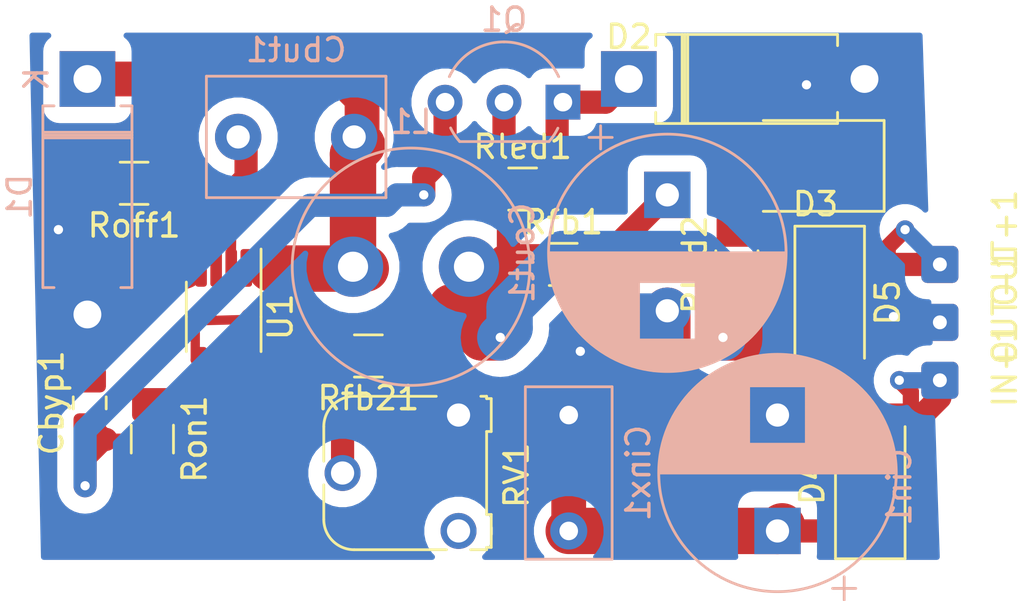
<source format=kicad_pcb>
(kicad_pcb (version 20171130) (host pcbnew 5.1.6)

  (general
    (thickness 1.6)
    (drawings 0)
    (tracks 144)
    (zones 0)
    (modules 23)
    (nets 16)
  )

  (page A4)
  (layers
    (0 F.Cu signal)
    (31 B.Cu signal)
    (32 B.Adhes user)
    (33 F.Adhes user)
    (34 B.Paste user)
    (35 F.Paste user)
    (36 B.SilkS user)
    (37 F.SilkS user)
    (38 B.Mask user)
    (39 F.Mask user)
    (40 Dwgs.User user)
    (41 Cmts.User user)
    (42 Eco1.User user)
    (43 Eco2.User user)
    (44 Edge.Cuts user)
    (45 Margin user)
    (46 B.CrtYd user)
    (47 F.CrtYd user)
    (48 B.Fab user)
    (49 F.Fab user)
  )

  (setup
    (last_trace_width 0.7)
    (user_trace_width 0.4)
    (user_trace_width 0.5)
    (user_trace_width 0.7)
    (user_trace_width 1)
    (user_trace_width 1.5)
    (user_trace_width 2)
    (trace_clearance 0.2)
    (zone_clearance 0.7)
    (zone_45_only no)
    (trace_min 0.2)
    (via_size 0.8)
    (via_drill 0.4)
    (via_min_size 0.4)
    (via_min_drill 0.3)
    (uvia_size 0.3)
    (uvia_drill 0.1)
    (uvias_allowed no)
    (uvia_min_size 0.2)
    (uvia_min_drill 0.1)
    (edge_width 0.05)
    (segment_width 0.2)
    (pcb_text_width 0.3)
    (pcb_text_size 1.5 1.5)
    (mod_edge_width 0.12)
    (mod_text_size 1 1)
    (mod_text_width 0.15)
    (pad_size 1.425 1.75)
    (pad_drill 0)
    (pad_to_mask_clearance 0.051)
    (solder_mask_min_width 0.25)
    (aux_axis_origin 0 0)
    (visible_elements FFFFFF7F)
    (pcbplotparams
      (layerselection 0x00000_ffffffff)
      (usegerberextensions false)
      (usegerberattributes false)
      (usegerberadvancedattributes false)
      (creategerberjobfile false)
      (excludeedgelayer true)
      (linewidth 0.100000)
      (plotframeref false)
      (viasonmask false)
      (mode 1)
      (useauxorigin false)
      (hpglpennumber 1)
      (hpglpenspeed 20)
      (hpglpendiameter 15.000000)
      (psnegative false)
      (psa4output false)
      (plotreference true)
      (plotvalue true)
      (plotinvisibletext false)
      (padsonsilk false)
      (subtractmaskfromsilk false)
      (outputformat 1)
      (mirror false)
      (drillshape 0)
      (scaleselection 1)
      (outputdirectory ""))
  )

  (net 0 "")
  (net 1 "Net-(Cbut1-Pad1)")
  (net 2 "Net-(Cbut1-Pad2)")
  (net 3 "Net-(Cbyp1-Pad1)")
  (net 4 "Net-(Cbyp1-Pad2)")
  (net 5 "Net-(Cin1-Pad1)")
  (net 6 "Net-(D3-Pad2)")
  (net 7 "Net-(Roff1-Pad1)")
  (net 8 "Net-(Ron1-Pad1)")
  (net 9 "Net-(Cout1-Pad1)")
  (net 10 "Net-(D2-Pad1)")
  (net 11 "Net-(RV1-Pad3)")
  (net 12 "Net-(D4-Pad2)")
  (net 13 "Net-(RV1-Pad2)")
  (net 14 "Net-(D5-Pad1)")
  (net 15 "Net-(D5-Pad2)")

  (net_class Default "This is the default net class."
    (clearance 0.2)
    (trace_width 0.25)
    (via_dia 0.8)
    (via_drill 0.4)
    (uvia_dia 0.3)
    (uvia_drill 0.1)
    (add_net "Net-(Cbut1-Pad1)")
    (add_net "Net-(Cbut1-Pad2)")
    (add_net "Net-(Cbyp1-Pad1)")
    (add_net "Net-(Cbyp1-Pad2)")
    (add_net "Net-(Cin1-Pad1)")
    (add_net "Net-(Cout1-Pad1)")
    (add_net "Net-(D2-Pad1)")
    (add_net "Net-(D3-Pad2)")
    (add_net "Net-(D4-Pad2)")
    (add_net "Net-(D5-Pad1)")
    (add_net "Net-(D5-Pad2)")
    (add_net "Net-(RV1-Pad2)")
    (add_net "Net-(RV1-Pad3)")
    (add_net "Net-(Roff1-Pad1)")
    (add_net "Net-(Ron1-Pad1)")
  )

  (module LED_SMD:LED_1812_4532Metric (layer F.Cu) (tedit 5B301BBE) (tstamp 5EA723A4)
    (at 48.8875 21.5 180)
    (descr "LED SMD 1812 (4532 Metric), square (rectangular) end terminal, IPC_7351 nominal, (Body size source: https://www.nikhef.nl/pub/departments/mt/projects/detectorR_D/dtddice/ERJ2G.pdf), generated with kicad-footprint-generator")
    (tags diode)
    (path /5EA7370F)
    (attr smd)
    (fp_text reference D3 (at 0 -1.65) (layer F.SilkS)
      (effects (font (size 1 1) (thickness 0.15)))
    )
    (fp_text value LED (at 0 1.65) (layer F.Fab)
      (effects (font (size 1 1) (thickness 0.15)))
    )
    (fp_line (start 2.95 1.95) (end -2.95 1.95) (layer F.CrtYd) (width 0.05))
    (fp_line (start 2.95 -1.95) (end 2.95 1.95) (layer F.CrtYd) (width 0.05))
    (fp_line (start -2.95 -1.95) (end 2.95 -1.95) (layer F.CrtYd) (width 0.05))
    (fp_line (start -2.95 1.95) (end -2.95 -1.95) (layer F.CrtYd) (width 0.05))
    (fp_line (start -2.96 1.96) (end 2.25 1.96) (layer F.SilkS) (width 0.12))
    (fp_line (start -2.96 -1.96) (end -2.96 1.96) (layer F.SilkS) (width 0.12))
    (fp_line (start 2.25 -1.96) (end -2.96 -1.96) (layer F.SilkS) (width 0.12))
    (fp_line (start 2.25 1.6) (end 2.25 -1.6) (layer F.Fab) (width 0.1))
    (fp_line (start -2.25 1.6) (end 2.25 1.6) (layer F.Fab) (width 0.1))
    (fp_line (start -2.25 -0.8) (end -2.25 1.6) (layer F.Fab) (width 0.1))
    (fp_line (start -1.45 -1.6) (end -2.25 -0.8) (layer F.Fab) (width 0.1))
    (fp_line (start 2.25 -1.6) (end -1.45 -1.6) (layer F.Fab) (width 0.1))
    (fp_text user %R (at 0 0) (layer F.Fab)
      (effects (font (size 0.5 0.5) (thickness 0.08)))
    )
    (pad 2 smd roundrect (at 2.1375 0 180) (size 1.125 3.4) (layers F.Cu F.Paste F.Mask) (roundrect_rratio 0.222222)
      (net 6 "Net-(D3-Pad2)"))
    (pad 1 smd roundrect (at -2.1375 0 180) (size 1.125 3.4) (layers F.Cu F.Paste F.Mask) (roundrect_rratio 0.222222)
      (net 4 "Net-(Cbyp1-Pad2)"))
    (model ${KISYS3DMOD}/LED_SMD.3dshapes/LED_1812_4532Metric.wrl
      (at (xyz 0 0 0))
      (scale (xyz 1 1 1))
      (rotate (xyz 0 0 0))
    )
  )

  (module Diode_THT:D_DO-15_P10.16mm_Horizontal (layer F.Cu) (tedit 5AE50CD5) (tstamp 5EA72391)
    (at 40.84 17.75)
    (descr "Diode, DO-15 series, Axial, Horizontal, pin pitch=10.16mm, , length*diameter=7.6*3.6mm^2, , http://www.diodes.com/_files/packages/DO-15.pdf")
    (tags "Diode DO-15 series Axial Horizontal pin pitch 10.16mm  length 7.6mm diameter 3.6mm")
    (path /5EA76224)
    (fp_text reference D2 (at 0 -1.82) (layer F.SilkS)
      (effects (font (size 1 1) (thickness 0.15)))
    )
    (fp_text value D_Zener (at 0 1.82) (layer F.Fab)
      (effects (font (size 1 1) (thickness 0.15)))
    )
    (fp_line (start 11.61 -2.05) (end -1.45 -2.05) (layer F.CrtYd) (width 0.05))
    (fp_line (start 11.61 2.05) (end 11.61 -2.05) (layer F.CrtYd) (width 0.05))
    (fp_line (start -1.45 2.05) (end 11.61 2.05) (layer F.CrtYd) (width 0.05))
    (fp_line (start -1.45 -2.05) (end -1.45 2.05) (layer F.CrtYd) (width 0.05))
    (fp_line (start 2.3 -1.92) (end 2.3 1.92) (layer F.SilkS) (width 0.12))
    (fp_line (start 2.54 -1.92) (end 2.54 1.92) (layer F.SilkS) (width 0.12))
    (fp_line (start 2.42 -1.92) (end 2.42 1.92) (layer F.SilkS) (width 0.12))
    (fp_line (start 9 1.92) (end 9 1.44) (layer F.SilkS) (width 0.12))
    (fp_line (start 1.16 1.92) (end 9 1.92) (layer F.SilkS) (width 0.12))
    (fp_line (start 1.16 1.44) (end 1.16 1.92) (layer F.SilkS) (width 0.12))
    (fp_line (start 9 -1.92) (end 9 -1.44) (layer F.SilkS) (width 0.12))
    (fp_line (start 1.16 -1.92) (end 9 -1.92) (layer F.SilkS) (width 0.12))
    (fp_line (start 1.16 -1.44) (end 1.16 -1.92) (layer F.SilkS) (width 0.12))
    (fp_line (start 2.32 -1.8) (end 2.32 1.8) (layer F.Fab) (width 0.1))
    (fp_line (start 2.52 -1.8) (end 2.52 1.8) (layer F.Fab) (width 0.1))
    (fp_line (start 2.42 -1.8) (end 2.42 1.8) (layer F.Fab) (width 0.1))
    (fp_line (start 10.16 0) (end 8.88 0) (layer F.Fab) (width 0.1))
    (fp_line (start 0 0) (end 1.28 0) (layer F.Fab) (width 0.1))
    (fp_line (start 8.88 -1.8) (end 1.28 -1.8) (layer F.Fab) (width 0.1))
    (fp_line (start 8.88 1.8) (end 8.88 -1.8) (layer F.Fab) (width 0.1))
    (fp_line (start 1.28 1.8) (end 8.88 1.8) (layer F.Fab) (width 0.1))
    (fp_line (start 1.28 -1.8) (end 1.28 1.8) (layer F.Fab) (width 0.1))
    (fp_text user K (at 0 -2.2) (layer F.Fab)
      (effects (font (size 1 1) (thickness 0.15)))
    )
    (fp_text user K (at 0 -2.2) (layer F.Fab)
      (effects (font (size 1 1) (thickness 0.15)))
    )
    (fp_text user %R (at 0 0) (layer F.Fab)
      (effects (font (size 0.8 0.8) (thickness 0.12)))
    )
    (pad 2 thru_hole oval (at 10.16 0) (size 2.4 2.4) (drill 1.2) (layers *.Cu *.Mask)
      (net 4 "Net-(Cbyp1-Pad2)"))
    (pad 1 thru_hole rect (at 0 0) (size 2.4 2.4) (drill 1.2) (layers *.Cu *.Mask)
      (net 10 "Net-(D2-Pad1)"))
    (model ${KISYS3DMOD}/Diode_THT.3dshapes/D_DO-15_P10.16mm_Horizontal.wrl
      (at (xyz 0 0 0))
      (scale (xyz 1 1 1))
      (rotate (xyz 0 0 0))
    )
  )

  (module Resistor_SMD:R_1206_3216Metric_Pad1.42x1.75mm_HandSolder (layer F.Cu) (tedit 5B301BBD) (tstamp 5EA723F5)
    (at 45.5 25.7625 90)
    (descr "Resistor SMD 1206 (3216 Metric), square (rectangular) end terminal, IPC_7351 nominal with elongated pad for handsoldering. (Body size source: http://www.tortai-tech.com/upload/download/2011102023233369053.pdf), generated with kicad-footprint-generator")
    (tags "resistor handsolder")
    (path /5EA7311F)
    (attr smd)
    (fp_text reference Rled2 (at 0 -1.82 90) (layer F.SilkS)
      (effects (font (size 1 1) (thickness 0.15)))
    )
    (fp_text value 10k (at 0 1.82 90) (layer F.Fab)
      (effects (font (size 1 1) (thickness 0.15)))
    )
    (fp_line (start 2.45 1.12) (end -2.45 1.12) (layer F.CrtYd) (width 0.05))
    (fp_line (start 2.45 -1.12) (end 2.45 1.12) (layer F.CrtYd) (width 0.05))
    (fp_line (start -2.45 -1.12) (end 2.45 -1.12) (layer F.CrtYd) (width 0.05))
    (fp_line (start -2.45 1.12) (end -2.45 -1.12) (layer F.CrtYd) (width 0.05))
    (fp_line (start -0.602064 0.91) (end 0.602064 0.91) (layer F.SilkS) (width 0.12))
    (fp_line (start -0.602064 -0.91) (end 0.602064 -0.91) (layer F.SilkS) (width 0.12))
    (fp_line (start 1.6 0.8) (end -1.6 0.8) (layer F.Fab) (width 0.1))
    (fp_line (start 1.6 -0.8) (end 1.6 0.8) (layer F.Fab) (width 0.1))
    (fp_line (start -1.6 -0.8) (end 1.6 -0.8) (layer F.Fab) (width 0.1))
    (fp_line (start -1.6 0.8) (end -1.6 -0.8) (layer F.Fab) (width 0.1))
    (fp_text user %R (at 0 0 90) (layer F.Fab)
      (effects (font (size 0.8 0.8) (thickness 0.12)))
    )
    (pad 2 smd roundrect (at 1.4875 0 90) (size 1.425 1.75) (layers F.Cu F.Paste F.Mask) (roundrect_rratio 0.175439)
      (net 6 "Net-(D3-Pad2)"))
    (pad 1 smd roundrect (at -1.4875 0 90) (size 1.425 1.75) (layers F.Cu F.Paste F.Mask) (roundrect_rratio 0.175439)
      (net 15 "Net-(D5-Pad2)"))
    (model ${KISYS3DMOD}/Resistor_SMD.3dshapes/R_1206_3216Metric.wrl
      (at (xyz 0 0 0))
      (scale (xyz 1 1 1))
      (rotate (xyz 0 0 0))
    )
  )

  (module Connector_Wire:SolderWire-0.1sqmm_1x01_D0.4mm_OD1mm (layer F.Cu) (tedit 5EB70B42) (tstamp 5EE219DC)
    (at 54.25 25.75 90)
    (descr "Soldered wire connection, for a single 0.1 mm² wire, basic insulation, conductor diameter 0.4mm, outer diameter 1mm, size source Multi-Contact FLEXI-E 0.1 (https://ec.staubli.com/AcroFiles/Catalogues/TM_Cab-Main-11014119_(en)_hi.pdf), bend radius 3 times outer diameter, generated with kicad-footprint-generator")
    (tags "connector wire 0.1sqmm")
    (path /5E2374B1)
    (attr virtual)
    (fp_text reference OUT+1 (at 0.7 2.8 90) (layer F.SilkS)
      (effects (font (size 1 1) (thickness 0.15)))
    )
    (fp_text value TestPoint (at 0 -2.8 90) (layer F.Fab)
      (effects (font (size 1 1) (thickness 0.15)))
    )
    (fp_circle (center 0 0) (end 0.5 0) (layer F.Fab) (width 0.1))
    (fp_line (start -1.3 -1.3) (end -1.3 1.3) (layer F.CrtYd) (width 0.05))
    (fp_line (start -1.3 1.3) (end 1.3 1.3) (layer F.CrtYd) (width 0.05))
    (fp_line (start 1.3 1.3) (end 1.3 -1.3) (layer F.CrtYd) (width 0.05))
    (fp_line (start 1.3 -1.3) (end -1.3 -1.3) (layer F.CrtYd) (width 0.05))
    (fp_text user %R (at 0.7 2.8 90) (layer F.Fab)
      (effects (font (size 1 1) (thickness 0.15)))
    )
    (pad 1 thru_hole roundrect (at 0 0 90) (size 1.6 1.6) (drill 0.6) (layers *.Cu *.Mask) (roundrect_rratio 0.15625)
      (net 14 "Net-(D5-Pad1)"))
    (model ${KISYS3DMOD}/Connector_Wire.3dshapes/SolderWire-0.1sqmm_1x01_D0.4mm_OD1mm.wrl
      (at (xyz 0 0 0))
      (scale (xyz 1 1 1))
      (rotate (xyz 0 0 0))
    )
  )

  (module Connector_Wire:SolderWire-0.1sqmm_1x01_D0.4mm_OD1mm (layer F.Cu) (tedit 5EB70B42) (tstamp 5EE2198B)
    (at 54.25 28.25 90)
    (descr "Soldered wire connection, for a single 0.1 mm² wire, basic insulation, conductor diameter 0.4mm, outer diameter 1mm, size source Multi-Contact FLEXI-E 0.1 (https://ec.staubli.com/AcroFiles/Catalogues/TM_Cab-Main-11014119_(en)_hi.pdf), bend radius 3 times outer diameter, generated with kicad-footprint-generator")
    (tags "connector wire 0.1sqmm")
    (path /5E23705C)
    (attr virtual)
    (fp_text reference OUT-1 (at 0.7 2.8 90) (layer F.SilkS)
      (effects (font (size 1 1) (thickness 0.15)))
    )
    (fp_text value TestPoint (at 0 -2.8 90) (layer F.Fab)
      (effects (font (size 1 1) (thickness 0.15)))
    )
    (fp_circle (center 0 0) (end 0.5 0) (layer F.Fab) (width 0.1))
    (fp_line (start -1.3 -1.3) (end -1.3 1.3) (layer F.CrtYd) (width 0.05))
    (fp_line (start -1.3 1.3) (end 1.3 1.3) (layer F.CrtYd) (width 0.05))
    (fp_line (start 1.3 1.3) (end 1.3 -1.3) (layer F.CrtYd) (width 0.05))
    (fp_line (start 1.3 -1.3) (end -1.3 -1.3) (layer F.CrtYd) (width 0.05))
    (fp_text user %R (at 0.7 2.8 90) (layer F.Fab)
      (effects (font (size 1 1) (thickness 0.15)))
    )
    (pad 1 thru_hole roundrect (at 0 0 90) (size 1.6 1.6) (drill 0.6) (layers *.Cu *.Mask) (roundrect_rratio 0.15625)
      (net 4 "Net-(Cbyp1-Pad2)"))
    (model ${KISYS3DMOD}/Connector_Wire.3dshapes/SolderWire-0.1sqmm_1x01_D0.4mm_OD1mm.wrl
      (at (xyz 0 0 0))
      (scale (xyz 1 1 1))
      (rotate (xyz 0 0 0))
    )
  )

  (module Connector_Wire:SolderWire-0.1sqmm_1x01_D0.4mm_OD1mm (layer F.Cu) (tedit 5EB70B42) (tstamp 5E22A565)
    (at 54.25 30.75 90)
    (descr "Soldered wire connection, for a single 0.1 mm² wire, basic insulation, conductor diameter 0.4mm, outer diameter 1mm, size source Multi-Contact FLEXI-E 0.1 (https://ec.staubli.com/AcroFiles/Catalogues/TM_Cab-Main-11014119_(en)_hi.pdf), bend radius 3 times outer diameter, generated with kicad-footprint-generator")
    (tags "connector wire 0.1sqmm")
    (path /5E2351D4)
    (attr virtual)
    (fp_text reference IN+1 (at 0.7 2.8 90) (layer F.SilkS)
      (effects (font (size 1 1) (thickness 0.15)))
    )
    (fp_text value TestPoint (at 0 -2.8 90) (layer F.Fab)
      (effects (font (size 1 1) (thickness 0.15)))
    )
    (fp_circle (center 0 0) (end 0.5 0) (layer F.Fab) (width 0.1))
    (fp_line (start -1.3 -1.3) (end -1.3 1.3) (layer F.CrtYd) (width 0.05))
    (fp_line (start -1.3 1.3) (end 1.3 1.3) (layer F.CrtYd) (width 0.05))
    (fp_line (start 1.3 1.3) (end 1.3 -1.3) (layer F.CrtYd) (width 0.05))
    (fp_line (start 1.3 -1.3) (end -1.3 -1.3) (layer F.CrtYd) (width 0.05))
    (fp_text user %R (at 0.7 2.8 90) (layer F.Fab)
      (effects (font (size 1 1) (thickness 0.15)))
    )
    (pad 1 thru_hole roundrect (at 0 0 90) (size 1.6 1.6) (drill 0.6) (layers *.Cu *.Mask) (roundrect_rratio 0.15625)
      (net 12 "Net-(D4-Pad2)"))
    (model ${KISYS3DMOD}/Connector_Wire.3dshapes/SolderWire-0.1sqmm_1x01_D0.4mm_OD1mm.wrl
      (at (xyz 0 0 0))
      (scale (xyz 1 1 1))
      (rotate (xyz 0 0 0))
    )
  )

  (module Capacitor_THT:CP_Radial_D10.0mm_P5.00mm (layer B.Cu) (tedit 5AE50EF1) (tstamp 5EDF3646)
    (at 42.5 22.75 270)
    (descr "CP, Radial series, Radial, pin pitch=5.00mm, , diameter=10mm, Electrolytic Capacitor")
    (tags "CP Radial series Radial pin pitch 5.00mm  diameter 10mm Electrolytic Capacitor")
    (path /5E223A12)
    (fp_text reference Cout1 (at 2.5 6.25 270) (layer B.SilkS)
      (effects (font (size 1 1) (thickness 0.15)) (justify mirror))
    )
    (fp_text value 100uF (at 2.5 -6.25 270) (layer B.Fab)
      (effects (font (size 1 1) (thickness 0.15)) (justify mirror))
    )
    (fp_circle (center 2.5 0) (end 7.5 0) (layer B.Fab) (width 0.1))
    (fp_circle (center 2.5 0) (end 7.62 0) (layer B.SilkS) (width 0.12))
    (fp_circle (center 2.5 0) (end 7.75 0) (layer B.CrtYd) (width 0.05))
    (fp_line (start -1.788861 2.1875) (end -0.788861 2.1875) (layer B.Fab) (width 0.1))
    (fp_line (start -1.288861 2.6875) (end -1.288861 1.6875) (layer B.Fab) (width 0.1))
    (fp_line (start 2.5 5.08) (end 2.5 -5.08) (layer B.SilkS) (width 0.12))
    (fp_line (start 2.54 5.08) (end 2.54 -5.08) (layer B.SilkS) (width 0.12))
    (fp_line (start 2.58 5.08) (end 2.58 -5.08) (layer B.SilkS) (width 0.12))
    (fp_line (start 2.62 5.079) (end 2.62 -5.079) (layer B.SilkS) (width 0.12))
    (fp_line (start 2.66 5.078) (end 2.66 -5.078) (layer B.SilkS) (width 0.12))
    (fp_line (start 2.7 5.077) (end 2.7 -5.077) (layer B.SilkS) (width 0.12))
    (fp_line (start 2.74 5.075) (end 2.74 -5.075) (layer B.SilkS) (width 0.12))
    (fp_line (start 2.78 5.073) (end 2.78 -5.073) (layer B.SilkS) (width 0.12))
    (fp_line (start 2.82 5.07) (end 2.82 -5.07) (layer B.SilkS) (width 0.12))
    (fp_line (start 2.86 5.068) (end 2.86 -5.068) (layer B.SilkS) (width 0.12))
    (fp_line (start 2.9 5.065) (end 2.9 -5.065) (layer B.SilkS) (width 0.12))
    (fp_line (start 2.94 5.062) (end 2.94 -5.062) (layer B.SilkS) (width 0.12))
    (fp_line (start 2.98 5.058) (end 2.98 -5.058) (layer B.SilkS) (width 0.12))
    (fp_line (start 3.02 5.054) (end 3.02 -5.054) (layer B.SilkS) (width 0.12))
    (fp_line (start 3.06 5.05) (end 3.06 -5.05) (layer B.SilkS) (width 0.12))
    (fp_line (start 3.1 5.045) (end 3.1 -5.045) (layer B.SilkS) (width 0.12))
    (fp_line (start 3.14 5.04) (end 3.14 -5.04) (layer B.SilkS) (width 0.12))
    (fp_line (start 3.18 5.035) (end 3.18 -5.035) (layer B.SilkS) (width 0.12))
    (fp_line (start 3.221 5.03) (end 3.221 -5.03) (layer B.SilkS) (width 0.12))
    (fp_line (start 3.261 5.024) (end 3.261 -5.024) (layer B.SilkS) (width 0.12))
    (fp_line (start 3.301 5.018) (end 3.301 -5.018) (layer B.SilkS) (width 0.12))
    (fp_line (start 3.341 5.011) (end 3.341 -5.011) (layer B.SilkS) (width 0.12))
    (fp_line (start 3.381 5.004) (end 3.381 -5.004) (layer B.SilkS) (width 0.12))
    (fp_line (start 3.421 4.997) (end 3.421 -4.997) (layer B.SilkS) (width 0.12))
    (fp_line (start 3.461 4.99) (end 3.461 -4.99) (layer B.SilkS) (width 0.12))
    (fp_line (start 3.501 4.982) (end 3.501 -4.982) (layer B.SilkS) (width 0.12))
    (fp_line (start 3.541 4.974) (end 3.541 -4.974) (layer B.SilkS) (width 0.12))
    (fp_line (start 3.581 4.965) (end 3.581 -4.965) (layer B.SilkS) (width 0.12))
    (fp_line (start 3.621 4.956) (end 3.621 -4.956) (layer B.SilkS) (width 0.12))
    (fp_line (start 3.661 4.947) (end 3.661 -4.947) (layer B.SilkS) (width 0.12))
    (fp_line (start 3.701 4.938) (end 3.701 -4.938) (layer B.SilkS) (width 0.12))
    (fp_line (start 3.741 4.928) (end 3.741 -4.928) (layer B.SilkS) (width 0.12))
    (fp_line (start 3.781 4.918) (end 3.781 1.241) (layer B.SilkS) (width 0.12))
    (fp_line (start 3.781 -1.241) (end 3.781 -4.918) (layer B.SilkS) (width 0.12))
    (fp_line (start 3.821 4.907) (end 3.821 1.241) (layer B.SilkS) (width 0.12))
    (fp_line (start 3.821 -1.241) (end 3.821 -4.907) (layer B.SilkS) (width 0.12))
    (fp_line (start 3.861 4.897) (end 3.861 1.241) (layer B.SilkS) (width 0.12))
    (fp_line (start 3.861 -1.241) (end 3.861 -4.897) (layer B.SilkS) (width 0.12))
    (fp_line (start 3.901 4.885) (end 3.901 1.241) (layer B.SilkS) (width 0.12))
    (fp_line (start 3.901 -1.241) (end 3.901 -4.885) (layer B.SilkS) (width 0.12))
    (fp_line (start 3.941 4.874) (end 3.941 1.241) (layer B.SilkS) (width 0.12))
    (fp_line (start 3.941 -1.241) (end 3.941 -4.874) (layer B.SilkS) (width 0.12))
    (fp_line (start 3.981 4.862) (end 3.981 1.241) (layer B.SilkS) (width 0.12))
    (fp_line (start 3.981 -1.241) (end 3.981 -4.862) (layer B.SilkS) (width 0.12))
    (fp_line (start 4.021 4.85) (end 4.021 1.241) (layer B.SilkS) (width 0.12))
    (fp_line (start 4.021 -1.241) (end 4.021 -4.85) (layer B.SilkS) (width 0.12))
    (fp_line (start 4.061 4.837) (end 4.061 1.241) (layer B.SilkS) (width 0.12))
    (fp_line (start 4.061 -1.241) (end 4.061 -4.837) (layer B.SilkS) (width 0.12))
    (fp_line (start 4.101 4.824) (end 4.101 1.241) (layer B.SilkS) (width 0.12))
    (fp_line (start 4.101 -1.241) (end 4.101 -4.824) (layer B.SilkS) (width 0.12))
    (fp_line (start 4.141 4.811) (end 4.141 1.241) (layer B.SilkS) (width 0.12))
    (fp_line (start 4.141 -1.241) (end 4.141 -4.811) (layer B.SilkS) (width 0.12))
    (fp_line (start 4.181 4.797) (end 4.181 1.241) (layer B.SilkS) (width 0.12))
    (fp_line (start 4.181 -1.241) (end 4.181 -4.797) (layer B.SilkS) (width 0.12))
    (fp_line (start 4.221 4.783) (end 4.221 1.241) (layer B.SilkS) (width 0.12))
    (fp_line (start 4.221 -1.241) (end 4.221 -4.783) (layer B.SilkS) (width 0.12))
    (fp_line (start 4.261 4.768) (end 4.261 1.241) (layer B.SilkS) (width 0.12))
    (fp_line (start 4.261 -1.241) (end 4.261 -4.768) (layer B.SilkS) (width 0.12))
    (fp_line (start 4.301 4.754) (end 4.301 1.241) (layer B.SilkS) (width 0.12))
    (fp_line (start 4.301 -1.241) (end 4.301 -4.754) (layer B.SilkS) (width 0.12))
    (fp_line (start 4.341 4.738) (end 4.341 1.241) (layer B.SilkS) (width 0.12))
    (fp_line (start 4.341 -1.241) (end 4.341 -4.738) (layer B.SilkS) (width 0.12))
    (fp_line (start 4.381 4.723) (end 4.381 1.241) (layer B.SilkS) (width 0.12))
    (fp_line (start 4.381 -1.241) (end 4.381 -4.723) (layer B.SilkS) (width 0.12))
    (fp_line (start 4.421 4.707) (end 4.421 1.241) (layer B.SilkS) (width 0.12))
    (fp_line (start 4.421 -1.241) (end 4.421 -4.707) (layer B.SilkS) (width 0.12))
    (fp_line (start 4.461 4.69) (end 4.461 1.241) (layer B.SilkS) (width 0.12))
    (fp_line (start 4.461 -1.241) (end 4.461 -4.69) (layer B.SilkS) (width 0.12))
    (fp_line (start 4.501 4.674) (end 4.501 1.241) (layer B.SilkS) (width 0.12))
    (fp_line (start 4.501 -1.241) (end 4.501 -4.674) (layer B.SilkS) (width 0.12))
    (fp_line (start 4.541 4.657) (end 4.541 1.241) (layer B.SilkS) (width 0.12))
    (fp_line (start 4.541 -1.241) (end 4.541 -4.657) (layer B.SilkS) (width 0.12))
    (fp_line (start 4.581 4.639) (end 4.581 1.241) (layer B.SilkS) (width 0.12))
    (fp_line (start 4.581 -1.241) (end 4.581 -4.639) (layer B.SilkS) (width 0.12))
    (fp_line (start 4.621 4.621) (end 4.621 1.241) (layer B.SilkS) (width 0.12))
    (fp_line (start 4.621 -1.241) (end 4.621 -4.621) (layer B.SilkS) (width 0.12))
    (fp_line (start 4.661 4.603) (end 4.661 1.241) (layer B.SilkS) (width 0.12))
    (fp_line (start 4.661 -1.241) (end 4.661 -4.603) (layer B.SilkS) (width 0.12))
    (fp_line (start 4.701 4.584) (end 4.701 1.241) (layer B.SilkS) (width 0.12))
    (fp_line (start 4.701 -1.241) (end 4.701 -4.584) (layer B.SilkS) (width 0.12))
    (fp_line (start 4.741 4.564) (end 4.741 1.241) (layer B.SilkS) (width 0.12))
    (fp_line (start 4.741 -1.241) (end 4.741 -4.564) (layer B.SilkS) (width 0.12))
    (fp_line (start 4.781 4.545) (end 4.781 1.241) (layer B.SilkS) (width 0.12))
    (fp_line (start 4.781 -1.241) (end 4.781 -4.545) (layer B.SilkS) (width 0.12))
    (fp_line (start 4.821 4.525) (end 4.821 1.241) (layer B.SilkS) (width 0.12))
    (fp_line (start 4.821 -1.241) (end 4.821 -4.525) (layer B.SilkS) (width 0.12))
    (fp_line (start 4.861 4.504) (end 4.861 1.241) (layer B.SilkS) (width 0.12))
    (fp_line (start 4.861 -1.241) (end 4.861 -4.504) (layer B.SilkS) (width 0.12))
    (fp_line (start 4.901 4.483) (end 4.901 1.241) (layer B.SilkS) (width 0.12))
    (fp_line (start 4.901 -1.241) (end 4.901 -4.483) (layer B.SilkS) (width 0.12))
    (fp_line (start 4.941 4.462) (end 4.941 1.241) (layer B.SilkS) (width 0.12))
    (fp_line (start 4.941 -1.241) (end 4.941 -4.462) (layer B.SilkS) (width 0.12))
    (fp_line (start 4.981 4.44) (end 4.981 1.241) (layer B.SilkS) (width 0.12))
    (fp_line (start 4.981 -1.241) (end 4.981 -4.44) (layer B.SilkS) (width 0.12))
    (fp_line (start 5.021 4.417) (end 5.021 1.241) (layer B.SilkS) (width 0.12))
    (fp_line (start 5.021 -1.241) (end 5.021 -4.417) (layer B.SilkS) (width 0.12))
    (fp_line (start 5.061 4.395) (end 5.061 1.241) (layer B.SilkS) (width 0.12))
    (fp_line (start 5.061 -1.241) (end 5.061 -4.395) (layer B.SilkS) (width 0.12))
    (fp_line (start 5.101 4.371) (end 5.101 1.241) (layer B.SilkS) (width 0.12))
    (fp_line (start 5.101 -1.241) (end 5.101 -4.371) (layer B.SilkS) (width 0.12))
    (fp_line (start 5.141 4.347) (end 5.141 1.241) (layer B.SilkS) (width 0.12))
    (fp_line (start 5.141 -1.241) (end 5.141 -4.347) (layer B.SilkS) (width 0.12))
    (fp_line (start 5.181 4.323) (end 5.181 1.241) (layer B.SilkS) (width 0.12))
    (fp_line (start 5.181 -1.241) (end 5.181 -4.323) (layer B.SilkS) (width 0.12))
    (fp_line (start 5.221 4.298) (end 5.221 1.241) (layer B.SilkS) (width 0.12))
    (fp_line (start 5.221 -1.241) (end 5.221 -4.298) (layer B.SilkS) (width 0.12))
    (fp_line (start 5.261 4.273) (end 5.261 1.241) (layer B.SilkS) (width 0.12))
    (fp_line (start 5.261 -1.241) (end 5.261 -4.273) (layer B.SilkS) (width 0.12))
    (fp_line (start 5.301 4.247) (end 5.301 1.241) (layer B.SilkS) (width 0.12))
    (fp_line (start 5.301 -1.241) (end 5.301 -4.247) (layer B.SilkS) (width 0.12))
    (fp_line (start 5.341 4.221) (end 5.341 1.241) (layer B.SilkS) (width 0.12))
    (fp_line (start 5.341 -1.241) (end 5.341 -4.221) (layer B.SilkS) (width 0.12))
    (fp_line (start 5.381 4.194) (end 5.381 1.241) (layer B.SilkS) (width 0.12))
    (fp_line (start 5.381 -1.241) (end 5.381 -4.194) (layer B.SilkS) (width 0.12))
    (fp_line (start 5.421 4.166) (end 5.421 1.241) (layer B.SilkS) (width 0.12))
    (fp_line (start 5.421 -1.241) (end 5.421 -4.166) (layer B.SilkS) (width 0.12))
    (fp_line (start 5.461 4.138) (end 5.461 1.241) (layer B.SilkS) (width 0.12))
    (fp_line (start 5.461 -1.241) (end 5.461 -4.138) (layer B.SilkS) (width 0.12))
    (fp_line (start 5.501 4.11) (end 5.501 1.241) (layer B.SilkS) (width 0.12))
    (fp_line (start 5.501 -1.241) (end 5.501 -4.11) (layer B.SilkS) (width 0.12))
    (fp_line (start 5.541 4.08) (end 5.541 1.241) (layer B.SilkS) (width 0.12))
    (fp_line (start 5.541 -1.241) (end 5.541 -4.08) (layer B.SilkS) (width 0.12))
    (fp_line (start 5.581 4.05) (end 5.581 1.241) (layer B.SilkS) (width 0.12))
    (fp_line (start 5.581 -1.241) (end 5.581 -4.05) (layer B.SilkS) (width 0.12))
    (fp_line (start 5.621 4.02) (end 5.621 1.241) (layer B.SilkS) (width 0.12))
    (fp_line (start 5.621 -1.241) (end 5.621 -4.02) (layer B.SilkS) (width 0.12))
    (fp_line (start 5.661 3.989) (end 5.661 1.241) (layer B.SilkS) (width 0.12))
    (fp_line (start 5.661 -1.241) (end 5.661 -3.989) (layer B.SilkS) (width 0.12))
    (fp_line (start 5.701 3.957) (end 5.701 1.241) (layer B.SilkS) (width 0.12))
    (fp_line (start 5.701 -1.241) (end 5.701 -3.957) (layer B.SilkS) (width 0.12))
    (fp_line (start 5.741 3.925) (end 5.741 1.241) (layer B.SilkS) (width 0.12))
    (fp_line (start 5.741 -1.241) (end 5.741 -3.925) (layer B.SilkS) (width 0.12))
    (fp_line (start 5.781 3.892) (end 5.781 1.241) (layer B.SilkS) (width 0.12))
    (fp_line (start 5.781 -1.241) (end 5.781 -3.892) (layer B.SilkS) (width 0.12))
    (fp_line (start 5.821 3.858) (end 5.821 1.241) (layer B.SilkS) (width 0.12))
    (fp_line (start 5.821 -1.241) (end 5.821 -3.858) (layer B.SilkS) (width 0.12))
    (fp_line (start 5.861 3.824) (end 5.861 1.241) (layer B.SilkS) (width 0.12))
    (fp_line (start 5.861 -1.241) (end 5.861 -3.824) (layer B.SilkS) (width 0.12))
    (fp_line (start 5.901 3.789) (end 5.901 1.241) (layer B.SilkS) (width 0.12))
    (fp_line (start 5.901 -1.241) (end 5.901 -3.789) (layer B.SilkS) (width 0.12))
    (fp_line (start 5.941 3.753) (end 5.941 1.241) (layer B.SilkS) (width 0.12))
    (fp_line (start 5.941 -1.241) (end 5.941 -3.753) (layer B.SilkS) (width 0.12))
    (fp_line (start 5.981 3.716) (end 5.981 1.241) (layer B.SilkS) (width 0.12))
    (fp_line (start 5.981 -1.241) (end 5.981 -3.716) (layer B.SilkS) (width 0.12))
    (fp_line (start 6.021 3.679) (end 6.021 1.241) (layer B.SilkS) (width 0.12))
    (fp_line (start 6.021 -1.241) (end 6.021 -3.679) (layer B.SilkS) (width 0.12))
    (fp_line (start 6.061 3.64) (end 6.061 1.241) (layer B.SilkS) (width 0.12))
    (fp_line (start 6.061 -1.241) (end 6.061 -3.64) (layer B.SilkS) (width 0.12))
    (fp_line (start 6.101 3.601) (end 6.101 1.241) (layer B.SilkS) (width 0.12))
    (fp_line (start 6.101 -1.241) (end 6.101 -3.601) (layer B.SilkS) (width 0.12))
    (fp_line (start 6.141 3.561) (end 6.141 1.241) (layer B.SilkS) (width 0.12))
    (fp_line (start 6.141 -1.241) (end 6.141 -3.561) (layer B.SilkS) (width 0.12))
    (fp_line (start 6.181 3.52) (end 6.181 1.241) (layer B.SilkS) (width 0.12))
    (fp_line (start 6.181 -1.241) (end 6.181 -3.52) (layer B.SilkS) (width 0.12))
    (fp_line (start 6.221 3.478) (end 6.221 1.241) (layer B.SilkS) (width 0.12))
    (fp_line (start 6.221 -1.241) (end 6.221 -3.478) (layer B.SilkS) (width 0.12))
    (fp_line (start 6.261 3.436) (end 6.261 -3.436) (layer B.SilkS) (width 0.12))
    (fp_line (start 6.301 3.392) (end 6.301 -3.392) (layer B.SilkS) (width 0.12))
    (fp_line (start 6.341 3.347) (end 6.341 -3.347) (layer B.SilkS) (width 0.12))
    (fp_line (start 6.381 3.301) (end 6.381 -3.301) (layer B.SilkS) (width 0.12))
    (fp_line (start 6.421 3.254) (end 6.421 -3.254) (layer B.SilkS) (width 0.12))
    (fp_line (start 6.461 3.206) (end 6.461 -3.206) (layer B.SilkS) (width 0.12))
    (fp_line (start 6.501 3.156) (end 6.501 -3.156) (layer B.SilkS) (width 0.12))
    (fp_line (start 6.541 3.106) (end 6.541 -3.106) (layer B.SilkS) (width 0.12))
    (fp_line (start 6.581 3.054) (end 6.581 -3.054) (layer B.SilkS) (width 0.12))
    (fp_line (start 6.621 3) (end 6.621 -3) (layer B.SilkS) (width 0.12))
    (fp_line (start 6.661 2.945) (end 6.661 -2.945) (layer B.SilkS) (width 0.12))
    (fp_line (start 6.701 2.889) (end 6.701 -2.889) (layer B.SilkS) (width 0.12))
    (fp_line (start 6.741 2.83) (end 6.741 -2.83) (layer B.SilkS) (width 0.12))
    (fp_line (start 6.781 2.77) (end 6.781 -2.77) (layer B.SilkS) (width 0.12))
    (fp_line (start 6.821 2.709) (end 6.821 -2.709) (layer B.SilkS) (width 0.12))
    (fp_line (start 6.861 2.645) (end 6.861 -2.645) (layer B.SilkS) (width 0.12))
    (fp_line (start 6.901 2.579) (end 6.901 -2.579) (layer B.SilkS) (width 0.12))
    (fp_line (start 6.941 2.51) (end 6.941 -2.51) (layer B.SilkS) (width 0.12))
    (fp_line (start 6.981 2.439) (end 6.981 -2.439) (layer B.SilkS) (width 0.12))
    (fp_line (start 7.021 2.365) (end 7.021 -2.365) (layer B.SilkS) (width 0.12))
    (fp_line (start 7.061 2.289) (end 7.061 -2.289) (layer B.SilkS) (width 0.12))
    (fp_line (start 7.101 2.209) (end 7.101 -2.209) (layer B.SilkS) (width 0.12))
    (fp_line (start 7.141 2.125) (end 7.141 -2.125) (layer B.SilkS) (width 0.12))
    (fp_line (start 7.181 2.037) (end 7.181 -2.037) (layer B.SilkS) (width 0.12))
    (fp_line (start 7.221 1.944) (end 7.221 -1.944) (layer B.SilkS) (width 0.12))
    (fp_line (start 7.261 1.846) (end 7.261 -1.846) (layer B.SilkS) (width 0.12))
    (fp_line (start 7.301 1.742) (end 7.301 -1.742) (layer B.SilkS) (width 0.12))
    (fp_line (start 7.341 1.63) (end 7.341 -1.63) (layer B.SilkS) (width 0.12))
    (fp_line (start 7.381 1.51) (end 7.381 -1.51) (layer B.SilkS) (width 0.12))
    (fp_line (start 7.421 1.378) (end 7.421 -1.378) (layer B.SilkS) (width 0.12))
    (fp_line (start 7.461 1.23) (end 7.461 -1.23) (layer B.SilkS) (width 0.12))
    (fp_line (start 7.501 1.062) (end 7.501 -1.062) (layer B.SilkS) (width 0.12))
    (fp_line (start 7.541 0.862) (end 7.541 -0.862) (layer B.SilkS) (width 0.12))
    (fp_line (start 7.581 0.599) (end 7.581 -0.599) (layer B.SilkS) (width 0.12))
    (fp_line (start -2.979646 2.875) (end -1.979646 2.875) (layer B.SilkS) (width 0.12))
    (fp_line (start -2.479646 3.375) (end -2.479646 2.375) (layer B.SilkS) (width 0.12))
    (fp_text user %R (at 2.5 0 270) (layer B.Fab)
      (effects (font (size 1 1) (thickness 0.15)) (justify mirror))
    )
    (pad 2 thru_hole circle (at 5 0 270) (size 2 2) (drill 1) (layers *.Cu *.Mask)
      (net 4 "Net-(Cbyp1-Pad2)"))
    (pad 1 thru_hole rect (at 0 0 270) (size 2 2) (drill 1) (layers *.Cu *.Mask)
      (net 9 "Net-(Cout1-Pad1)"))
    (model ${KISYS3DMOD}/Capacitor_THT.3dshapes/CP_Radial_D10.0mm_P5.00mm.wrl
      (at (xyz 0 0 0))
      (scale (xyz 1 1 1))
      (rotate (xyz 0 0 0))
    )
  )

  (module Capacitor_THT:CP_Radial_D10.0mm_P5.00mm (layer B.Cu) (tedit 5AE50EF1) (tstamp 5ED60D27)
    (at 47.25 37.25 90)
    (descr "CP, Radial series, Radial, pin pitch=5.00mm, , diameter=10mm, Electrolytic Capacitor")
    (tags "CP Radial series Radial pin pitch 5.00mm  diameter 10mm Electrolytic Capacitor")
    (path /5E223536)
    (fp_text reference Cin1 (at 1.9 5.25 270) (layer B.SilkS)
      (effects (font (size 1 1) (thickness 0.15)) (justify mirror))
    )
    (fp_text value 47uF (at 1.9 -5.25 270) (layer B.Fab)
      (effects (font (size 1 1) (thickness 0.15)) (justify mirror))
    )
    (fp_circle (center 2.5 0) (end 7.5 0) (layer B.Fab) (width 0.1))
    (fp_circle (center 2.5 0) (end 7.62 0) (layer B.SilkS) (width 0.12))
    (fp_circle (center 2.5 0) (end 7.75 0) (layer B.CrtYd) (width 0.05))
    (fp_line (start -1.788861 2.1875) (end -0.788861 2.1875) (layer B.Fab) (width 0.1))
    (fp_line (start -1.288861 2.6875) (end -1.288861 1.6875) (layer B.Fab) (width 0.1))
    (fp_line (start 2.5 5.08) (end 2.5 -5.08) (layer B.SilkS) (width 0.12))
    (fp_line (start 2.54 5.08) (end 2.54 -5.08) (layer B.SilkS) (width 0.12))
    (fp_line (start 2.58 5.08) (end 2.58 -5.08) (layer B.SilkS) (width 0.12))
    (fp_line (start 2.62 5.079) (end 2.62 -5.079) (layer B.SilkS) (width 0.12))
    (fp_line (start 2.66 5.078) (end 2.66 -5.078) (layer B.SilkS) (width 0.12))
    (fp_line (start 2.7 5.077) (end 2.7 -5.077) (layer B.SilkS) (width 0.12))
    (fp_line (start 2.74 5.075) (end 2.74 -5.075) (layer B.SilkS) (width 0.12))
    (fp_line (start 2.78 5.073) (end 2.78 -5.073) (layer B.SilkS) (width 0.12))
    (fp_line (start 2.82 5.07) (end 2.82 -5.07) (layer B.SilkS) (width 0.12))
    (fp_line (start 2.86 5.068) (end 2.86 -5.068) (layer B.SilkS) (width 0.12))
    (fp_line (start 2.9 5.065) (end 2.9 -5.065) (layer B.SilkS) (width 0.12))
    (fp_line (start 2.94 5.062) (end 2.94 -5.062) (layer B.SilkS) (width 0.12))
    (fp_line (start 2.98 5.058) (end 2.98 -5.058) (layer B.SilkS) (width 0.12))
    (fp_line (start 3.02 5.054) (end 3.02 -5.054) (layer B.SilkS) (width 0.12))
    (fp_line (start 3.06 5.05) (end 3.06 -5.05) (layer B.SilkS) (width 0.12))
    (fp_line (start 3.1 5.045) (end 3.1 -5.045) (layer B.SilkS) (width 0.12))
    (fp_line (start 3.14 5.04) (end 3.14 -5.04) (layer B.SilkS) (width 0.12))
    (fp_line (start 3.18 5.035) (end 3.18 -5.035) (layer B.SilkS) (width 0.12))
    (fp_line (start 3.221 5.03) (end 3.221 -5.03) (layer B.SilkS) (width 0.12))
    (fp_line (start 3.261 5.024) (end 3.261 -5.024) (layer B.SilkS) (width 0.12))
    (fp_line (start 3.301 5.018) (end 3.301 -5.018) (layer B.SilkS) (width 0.12))
    (fp_line (start 3.341 5.011) (end 3.341 -5.011) (layer B.SilkS) (width 0.12))
    (fp_line (start 3.381 5.004) (end 3.381 -5.004) (layer B.SilkS) (width 0.12))
    (fp_line (start 3.421 4.997) (end 3.421 -4.997) (layer B.SilkS) (width 0.12))
    (fp_line (start 3.461 4.99) (end 3.461 -4.99) (layer B.SilkS) (width 0.12))
    (fp_line (start 3.501 4.982) (end 3.501 -4.982) (layer B.SilkS) (width 0.12))
    (fp_line (start 3.541 4.974) (end 3.541 -4.974) (layer B.SilkS) (width 0.12))
    (fp_line (start 3.581 4.965) (end 3.581 -4.965) (layer B.SilkS) (width 0.12))
    (fp_line (start 3.621 4.956) (end 3.621 -4.956) (layer B.SilkS) (width 0.12))
    (fp_line (start 3.661 4.947) (end 3.661 -4.947) (layer B.SilkS) (width 0.12))
    (fp_line (start 3.701 4.938) (end 3.701 -4.938) (layer B.SilkS) (width 0.12))
    (fp_line (start 3.741 4.928) (end 3.741 -4.928) (layer B.SilkS) (width 0.12))
    (fp_line (start 3.781 4.918) (end 3.781 1.241) (layer B.SilkS) (width 0.12))
    (fp_line (start 3.781 -1.241) (end 3.781 -4.918) (layer B.SilkS) (width 0.12))
    (fp_line (start 3.821 4.907) (end 3.821 1.241) (layer B.SilkS) (width 0.12))
    (fp_line (start 3.821 -1.241) (end 3.821 -4.907) (layer B.SilkS) (width 0.12))
    (fp_line (start 3.861 4.897) (end 3.861 1.241) (layer B.SilkS) (width 0.12))
    (fp_line (start 3.861 -1.241) (end 3.861 -4.897) (layer B.SilkS) (width 0.12))
    (fp_line (start 3.901 4.885) (end 3.901 1.241) (layer B.SilkS) (width 0.12))
    (fp_line (start 3.901 -1.241) (end 3.901 -4.885) (layer B.SilkS) (width 0.12))
    (fp_line (start 3.941 4.874) (end 3.941 1.241) (layer B.SilkS) (width 0.12))
    (fp_line (start 3.941 -1.241) (end 3.941 -4.874) (layer B.SilkS) (width 0.12))
    (fp_line (start 3.981 4.862) (end 3.981 1.241) (layer B.SilkS) (width 0.12))
    (fp_line (start 3.981 -1.241) (end 3.981 -4.862) (layer B.SilkS) (width 0.12))
    (fp_line (start 4.021 4.85) (end 4.021 1.241) (layer B.SilkS) (width 0.12))
    (fp_line (start 4.021 -1.241) (end 4.021 -4.85) (layer B.SilkS) (width 0.12))
    (fp_line (start 4.061 4.837) (end 4.061 1.241) (layer B.SilkS) (width 0.12))
    (fp_line (start 4.061 -1.241) (end 4.061 -4.837) (layer B.SilkS) (width 0.12))
    (fp_line (start 4.101 4.824) (end 4.101 1.241) (layer B.SilkS) (width 0.12))
    (fp_line (start 4.101 -1.241) (end 4.101 -4.824) (layer B.SilkS) (width 0.12))
    (fp_line (start 4.141 4.811) (end 4.141 1.241) (layer B.SilkS) (width 0.12))
    (fp_line (start 4.141 -1.241) (end 4.141 -4.811) (layer B.SilkS) (width 0.12))
    (fp_line (start 4.181 4.797) (end 4.181 1.241) (layer B.SilkS) (width 0.12))
    (fp_line (start 4.181 -1.241) (end 4.181 -4.797) (layer B.SilkS) (width 0.12))
    (fp_line (start 4.221 4.783) (end 4.221 1.241) (layer B.SilkS) (width 0.12))
    (fp_line (start 4.221 -1.241) (end 4.221 -4.783) (layer B.SilkS) (width 0.12))
    (fp_line (start 4.261 4.768) (end 4.261 1.241) (layer B.SilkS) (width 0.12))
    (fp_line (start 4.261 -1.241) (end 4.261 -4.768) (layer B.SilkS) (width 0.12))
    (fp_line (start 4.301 4.754) (end 4.301 1.241) (layer B.SilkS) (width 0.12))
    (fp_line (start 4.301 -1.241) (end 4.301 -4.754) (layer B.SilkS) (width 0.12))
    (fp_line (start 4.341 4.738) (end 4.341 1.241) (layer B.SilkS) (width 0.12))
    (fp_line (start 4.341 -1.241) (end 4.341 -4.738) (layer B.SilkS) (width 0.12))
    (fp_line (start 4.381 4.723) (end 4.381 1.241) (layer B.SilkS) (width 0.12))
    (fp_line (start 4.381 -1.241) (end 4.381 -4.723) (layer B.SilkS) (width 0.12))
    (fp_line (start 4.421 4.707) (end 4.421 1.241) (layer B.SilkS) (width 0.12))
    (fp_line (start 4.421 -1.241) (end 4.421 -4.707) (layer B.SilkS) (width 0.12))
    (fp_line (start 4.461 4.69) (end 4.461 1.241) (layer B.SilkS) (width 0.12))
    (fp_line (start 4.461 -1.241) (end 4.461 -4.69) (layer B.SilkS) (width 0.12))
    (fp_line (start 4.501 4.674) (end 4.501 1.241) (layer B.SilkS) (width 0.12))
    (fp_line (start 4.501 -1.241) (end 4.501 -4.674) (layer B.SilkS) (width 0.12))
    (fp_line (start 4.541 4.657) (end 4.541 1.241) (layer B.SilkS) (width 0.12))
    (fp_line (start 4.541 -1.241) (end 4.541 -4.657) (layer B.SilkS) (width 0.12))
    (fp_line (start 4.581 4.639) (end 4.581 1.241) (layer B.SilkS) (width 0.12))
    (fp_line (start 4.581 -1.241) (end 4.581 -4.639) (layer B.SilkS) (width 0.12))
    (fp_line (start 4.621 4.621) (end 4.621 1.241) (layer B.SilkS) (width 0.12))
    (fp_line (start 4.621 -1.241) (end 4.621 -4.621) (layer B.SilkS) (width 0.12))
    (fp_line (start 4.661 4.603) (end 4.661 1.241) (layer B.SilkS) (width 0.12))
    (fp_line (start 4.661 -1.241) (end 4.661 -4.603) (layer B.SilkS) (width 0.12))
    (fp_line (start 4.701 4.584) (end 4.701 1.241) (layer B.SilkS) (width 0.12))
    (fp_line (start 4.701 -1.241) (end 4.701 -4.584) (layer B.SilkS) (width 0.12))
    (fp_line (start 4.741 4.564) (end 4.741 1.241) (layer B.SilkS) (width 0.12))
    (fp_line (start 4.741 -1.241) (end 4.741 -4.564) (layer B.SilkS) (width 0.12))
    (fp_line (start 4.781 4.545) (end 4.781 1.241) (layer B.SilkS) (width 0.12))
    (fp_line (start 4.781 -1.241) (end 4.781 -4.545) (layer B.SilkS) (width 0.12))
    (fp_line (start 4.821 4.525) (end 4.821 1.241) (layer B.SilkS) (width 0.12))
    (fp_line (start 4.821 -1.241) (end 4.821 -4.525) (layer B.SilkS) (width 0.12))
    (fp_line (start 4.861 4.504) (end 4.861 1.241) (layer B.SilkS) (width 0.12))
    (fp_line (start 4.861 -1.241) (end 4.861 -4.504) (layer B.SilkS) (width 0.12))
    (fp_line (start 4.901 4.483) (end 4.901 1.241) (layer B.SilkS) (width 0.12))
    (fp_line (start 4.901 -1.241) (end 4.901 -4.483) (layer B.SilkS) (width 0.12))
    (fp_line (start 4.941 4.462) (end 4.941 1.241) (layer B.SilkS) (width 0.12))
    (fp_line (start 4.941 -1.241) (end 4.941 -4.462) (layer B.SilkS) (width 0.12))
    (fp_line (start 4.981 4.44) (end 4.981 1.241) (layer B.SilkS) (width 0.12))
    (fp_line (start 4.981 -1.241) (end 4.981 -4.44) (layer B.SilkS) (width 0.12))
    (fp_line (start 5.021 4.417) (end 5.021 1.241) (layer B.SilkS) (width 0.12))
    (fp_line (start 5.021 -1.241) (end 5.021 -4.417) (layer B.SilkS) (width 0.12))
    (fp_line (start 5.061 4.395) (end 5.061 1.241) (layer B.SilkS) (width 0.12))
    (fp_line (start 5.061 -1.241) (end 5.061 -4.395) (layer B.SilkS) (width 0.12))
    (fp_line (start 5.101 4.371) (end 5.101 1.241) (layer B.SilkS) (width 0.12))
    (fp_line (start 5.101 -1.241) (end 5.101 -4.371) (layer B.SilkS) (width 0.12))
    (fp_line (start 5.141 4.347) (end 5.141 1.241) (layer B.SilkS) (width 0.12))
    (fp_line (start 5.141 -1.241) (end 5.141 -4.347) (layer B.SilkS) (width 0.12))
    (fp_line (start 5.181 4.323) (end 5.181 1.241) (layer B.SilkS) (width 0.12))
    (fp_line (start 5.181 -1.241) (end 5.181 -4.323) (layer B.SilkS) (width 0.12))
    (fp_line (start 5.221 4.298) (end 5.221 1.241) (layer B.SilkS) (width 0.12))
    (fp_line (start 5.221 -1.241) (end 5.221 -4.298) (layer B.SilkS) (width 0.12))
    (fp_line (start 5.261 4.273) (end 5.261 1.241) (layer B.SilkS) (width 0.12))
    (fp_line (start 5.261 -1.241) (end 5.261 -4.273) (layer B.SilkS) (width 0.12))
    (fp_line (start 5.301 4.247) (end 5.301 1.241) (layer B.SilkS) (width 0.12))
    (fp_line (start 5.301 -1.241) (end 5.301 -4.247) (layer B.SilkS) (width 0.12))
    (fp_line (start 5.341 4.221) (end 5.341 1.241) (layer B.SilkS) (width 0.12))
    (fp_line (start 5.341 -1.241) (end 5.341 -4.221) (layer B.SilkS) (width 0.12))
    (fp_line (start 5.381 4.194) (end 5.381 1.241) (layer B.SilkS) (width 0.12))
    (fp_line (start 5.381 -1.241) (end 5.381 -4.194) (layer B.SilkS) (width 0.12))
    (fp_line (start 5.421 4.166) (end 5.421 1.241) (layer B.SilkS) (width 0.12))
    (fp_line (start 5.421 -1.241) (end 5.421 -4.166) (layer B.SilkS) (width 0.12))
    (fp_line (start 5.461 4.138) (end 5.461 1.241) (layer B.SilkS) (width 0.12))
    (fp_line (start 5.461 -1.241) (end 5.461 -4.138) (layer B.SilkS) (width 0.12))
    (fp_line (start 5.501 4.11) (end 5.501 1.241) (layer B.SilkS) (width 0.12))
    (fp_line (start 5.501 -1.241) (end 5.501 -4.11) (layer B.SilkS) (width 0.12))
    (fp_line (start 5.541 4.08) (end 5.541 1.241) (layer B.SilkS) (width 0.12))
    (fp_line (start 5.541 -1.241) (end 5.541 -4.08) (layer B.SilkS) (width 0.12))
    (fp_line (start 5.581 4.05) (end 5.581 1.241) (layer B.SilkS) (width 0.12))
    (fp_line (start 5.581 -1.241) (end 5.581 -4.05) (layer B.SilkS) (width 0.12))
    (fp_line (start 5.621 4.02) (end 5.621 1.241) (layer B.SilkS) (width 0.12))
    (fp_line (start 5.621 -1.241) (end 5.621 -4.02) (layer B.SilkS) (width 0.12))
    (fp_line (start 5.661 3.989) (end 5.661 1.241) (layer B.SilkS) (width 0.12))
    (fp_line (start 5.661 -1.241) (end 5.661 -3.989) (layer B.SilkS) (width 0.12))
    (fp_line (start 5.701 3.957) (end 5.701 1.241) (layer B.SilkS) (width 0.12))
    (fp_line (start 5.701 -1.241) (end 5.701 -3.957) (layer B.SilkS) (width 0.12))
    (fp_line (start 5.741 3.925) (end 5.741 1.241) (layer B.SilkS) (width 0.12))
    (fp_line (start 5.741 -1.241) (end 5.741 -3.925) (layer B.SilkS) (width 0.12))
    (fp_line (start 5.781 3.892) (end 5.781 1.241) (layer B.SilkS) (width 0.12))
    (fp_line (start 5.781 -1.241) (end 5.781 -3.892) (layer B.SilkS) (width 0.12))
    (fp_line (start 5.821 3.858) (end 5.821 1.241) (layer B.SilkS) (width 0.12))
    (fp_line (start 5.821 -1.241) (end 5.821 -3.858) (layer B.SilkS) (width 0.12))
    (fp_line (start 5.861 3.824) (end 5.861 1.241) (layer B.SilkS) (width 0.12))
    (fp_line (start 5.861 -1.241) (end 5.861 -3.824) (layer B.SilkS) (width 0.12))
    (fp_line (start 5.901 3.789) (end 5.901 1.241) (layer B.SilkS) (width 0.12))
    (fp_line (start 5.901 -1.241) (end 5.901 -3.789) (layer B.SilkS) (width 0.12))
    (fp_line (start 5.941 3.753) (end 5.941 1.241) (layer B.SilkS) (width 0.12))
    (fp_line (start 5.941 -1.241) (end 5.941 -3.753) (layer B.SilkS) (width 0.12))
    (fp_line (start 5.981 3.716) (end 5.981 1.241) (layer B.SilkS) (width 0.12))
    (fp_line (start 5.981 -1.241) (end 5.981 -3.716) (layer B.SilkS) (width 0.12))
    (fp_line (start 6.021 3.679) (end 6.021 1.241) (layer B.SilkS) (width 0.12))
    (fp_line (start 6.021 -1.241) (end 6.021 -3.679) (layer B.SilkS) (width 0.12))
    (fp_line (start 6.061 3.64) (end 6.061 1.241) (layer B.SilkS) (width 0.12))
    (fp_line (start 6.061 -1.241) (end 6.061 -3.64) (layer B.SilkS) (width 0.12))
    (fp_line (start 6.101 3.601) (end 6.101 1.241) (layer B.SilkS) (width 0.12))
    (fp_line (start 6.101 -1.241) (end 6.101 -3.601) (layer B.SilkS) (width 0.12))
    (fp_line (start 6.141 3.561) (end 6.141 1.241) (layer B.SilkS) (width 0.12))
    (fp_line (start 6.141 -1.241) (end 6.141 -3.561) (layer B.SilkS) (width 0.12))
    (fp_line (start 6.181 3.52) (end 6.181 1.241) (layer B.SilkS) (width 0.12))
    (fp_line (start 6.181 -1.241) (end 6.181 -3.52) (layer B.SilkS) (width 0.12))
    (fp_line (start 6.221 3.478) (end 6.221 1.241) (layer B.SilkS) (width 0.12))
    (fp_line (start 6.221 -1.241) (end 6.221 -3.478) (layer B.SilkS) (width 0.12))
    (fp_line (start 6.261 3.436) (end 6.261 -3.436) (layer B.SilkS) (width 0.12))
    (fp_line (start 6.301 3.392) (end 6.301 -3.392) (layer B.SilkS) (width 0.12))
    (fp_line (start 6.341 3.347) (end 6.341 -3.347) (layer B.SilkS) (width 0.12))
    (fp_line (start 6.381 3.301) (end 6.381 -3.301) (layer B.SilkS) (width 0.12))
    (fp_line (start 6.421 3.254) (end 6.421 -3.254) (layer B.SilkS) (width 0.12))
    (fp_line (start 6.461 3.206) (end 6.461 -3.206) (layer B.SilkS) (width 0.12))
    (fp_line (start 6.501 3.156) (end 6.501 -3.156) (layer B.SilkS) (width 0.12))
    (fp_line (start 6.541 3.106) (end 6.541 -3.106) (layer B.SilkS) (width 0.12))
    (fp_line (start 6.581 3.054) (end 6.581 -3.054) (layer B.SilkS) (width 0.12))
    (fp_line (start 6.621 3) (end 6.621 -3) (layer B.SilkS) (width 0.12))
    (fp_line (start 6.661 2.945) (end 6.661 -2.945) (layer B.SilkS) (width 0.12))
    (fp_line (start 6.701 2.889) (end 6.701 -2.889) (layer B.SilkS) (width 0.12))
    (fp_line (start 6.741 2.83) (end 6.741 -2.83) (layer B.SilkS) (width 0.12))
    (fp_line (start 6.781 2.77) (end 6.781 -2.77) (layer B.SilkS) (width 0.12))
    (fp_line (start 6.821 2.709) (end 6.821 -2.709) (layer B.SilkS) (width 0.12))
    (fp_line (start 6.861 2.645) (end 6.861 -2.645) (layer B.SilkS) (width 0.12))
    (fp_line (start 6.901 2.579) (end 6.901 -2.579) (layer B.SilkS) (width 0.12))
    (fp_line (start 6.941 2.51) (end 6.941 -2.51) (layer B.SilkS) (width 0.12))
    (fp_line (start 6.981 2.439) (end 6.981 -2.439) (layer B.SilkS) (width 0.12))
    (fp_line (start 7.021 2.365) (end 7.021 -2.365) (layer B.SilkS) (width 0.12))
    (fp_line (start 7.061 2.289) (end 7.061 -2.289) (layer B.SilkS) (width 0.12))
    (fp_line (start 7.101 2.209) (end 7.101 -2.209) (layer B.SilkS) (width 0.12))
    (fp_line (start 7.141 2.125) (end 7.141 -2.125) (layer B.SilkS) (width 0.12))
    (fp_line (start 7.181 2.037) (end 7.181 -2.037) (layer B.SilkS) (width 0.12))
    (fp_line (start 7.221 1.944) (end 7.221 -1.944) (layer B.SilkS) (width 0.12))
    (fp_line (start 7.261 1.846) (end 7.261 -1.846) (layer B.SilkS) (width 0.12))
    (fp_line (start 7.301 1.742) (end 7.301 -1.742) (layer B.SilkS) (width 0.12))
    (fp_line (start 7.341 1.63) (end 7.341 -1.63) (layer B.SilkS) (width 0.12))
    (fp_line (start 7.381 1.51) (end 7.381 -1.51) (layer B.SilkS) (width 0.12))
    (fp_line (start 7.421 1.378) (end 7.421 -1.378) (layer B.SilkS) (width 0.12))
    (fp_line (start 7.461 1.23) (end 7.461 -1.23) (layer B.SilkS) (width 0.12))
    (fp_line (start 7.501 1.062) (end 7.501 -1.062) (layer B.SilkS) (width 0.12))
    (fp_line (start 7.541 0.862) (end 7.541 -0.862) (layer B.SilkS) (width 0.12))
    (fp_line (start 7.581 0.599) (end 7.581 -0.599) (layer B.SilkS) (width 0.12))
    (fp_line (start -2.979646 2.875) (end -1.979646 2.875) (layer B.SilkS) (width 0.12))
    (fp_line (start -2.479646 3.375) (end -2.479646 2.375) (layer B.SilkS) (width 0.12))
    (fp_text user %R (at 1.9 0 270) (layer B.Fab)
      (effects (font (size 1 1) (thickness 0.15)) (justify mirror))
    )
    (pad 2 thru_hole circle (at 5 0 90) (size 2 2) (drill 1) (layers *.Cu *.Mask)
      (net 4 "Net-(Cbyp1-Pad2)"))
    (pad 1 thru_hole rect (at 0 0 90) (size 2 2) (drill 1) (layers *.Cu *.Mask)
      (net 5 "Net-(Cin1-Pad1)"))
    (model ${KISYS3DMOD}/Capacitor_THT.3dshapes/CP_Radial_D10.0mm_P5.00mm.wrl
      (at (xyz 0 0 0))
      (scale (xyz 1 1 1))
      (rotate (xyz 0 0 0))
    )
  )

  (module Capacitor_THT:C_Disc_D7.5mm_W5.0mm_P5.00mm (layer B.Cu) (tedit 5AE50EF0) (tstamp 5E225751)
    (at 29 20.25 180)
    (descr "C, Disc series, Radial, pin pitch=5.00mm, , diameter*width=7.5*5.0mm^2, Capacitor, http://www.vishay.com/docs/28535/vy2series.pdf")
    (tags "C Disc series Radial pin pitch 5.00mm  diameter 7.5mm width 5.0mm Capacitor")
    (path /5E225BB1)
    (fp_text reference Cbut1 (at 2.5 3.75) (layer B.SilkS)
      (effects (font (size 1 1) (thickness 0.15)) (justify mirror))
    )
    (fp_text value 10nF (at 2.5 -3.75) (layer B.Fab)
      (effects (font (size 1 1) (thickness 0.15)) (justify mirror))
    )
    (fp_line (start 6.5 2.75) (end -1.5 2.75) (layer B.CrtYd) (width 0.05))
    (fp_line (start 6.5 -2.75) (end 6.5 2.75) (layer B.CrtYd) (width 0.05))
    (fp_line (start -1.5 -2.75) (end 6.5 -2.75) (layer B.CrtYd) (width 0.05))
    (fp_line (start -1.5 2.75) (end -1.5 -2.75) (layer B.CrtYd) (width 0.05))
    (fp_line (start 6.37 2.62) (end 6.37 -2.62) (layer B.SilkS) (width 0.12))
    (fp_line (start -1.37 2.62) (end -1.37 -2.62) (layer B.SilkS) (width 0.12))
    (fp_line (start -1.37 -2.62) (end 6.37 -2.62) (layer B.SilkS) (width 0.12))
    (fp_line (start -1.37 2.62) (end 6.37 2.62) (layer B.SilkS) (width 0.12))
    (fp_line (start 6.25 2.5) (end -1.25 2.5) (layer B.Fab) (width 0.1))
    (fp_line (start 6.25 -2.5) (end 6.25 2.5) (layer B.Fab) (width 0.1))
    (fp_line (start -1.25 -2.5) (end 6.25 -2.5) (layer B.Fab) (width 0.1))
    (fp_line (start -1.25 2.5) (end -1.25 -2.5) (layer B.Fab) (width 0.1))
    (fp_text user %R (at 2.5 0) (layer F.Fab)
      (effects (font (size 1 1) (thickness 0.15)))
    )
    (pad 1 thru_hole circle (at 0 0 180) (size 2 2) (drill 1) (layers *.Cu *.Mask)
      (net 1 "Net-(Cbut1-Pad1)"))
    (pad 2 thru_hole circle (at 5 0 180) (size 2 2) (drill 1) (layers *.Cu *.Mask)
      (net 2 "Net-(Cbut1-Pad2)"))
    (model ${KISYS3DMOD}/Capacitor_THT.3dshapes/C_Disc_D7.5mm_W5.0mm_P5.00mm.wrl
      (at (xyz 0 0 0))
      (scale (xyz 1 1 1))
      (rotate (xyz 0 0 0))
    )
  )

  (module Capacitor_SMD:C_0805_2012Metric_Pad1.15x1.40mm_HandSolder (layer F.Cu) (tedit 5B36C52B) (tstamp 5E225762)
    (at 17.6 31.725 90)
    (descr "Capacitor SMD 0805 (2012 Metric), square (rectangular) end terminal, IPC_7351 nominal with elongated pad for handsoldering. (Body size source: https://docs.google.com/spreadsheets/d/1BsfQQcO9C6DZCsRaXUlFlo91Tg2WpOkGARC1WS5S8t0/edit?usp=sharing), generated with kicad-footprint-generator")
    (tags "capacitor handsolder")
    (path /5E22463E)
    (attr smd)
    (fp_text reference Cbyp1 (at 0 -1.65 90) (layer F.SilkS)
      (effects (font (size 1 1) (thickness 0.15)))
    )
    (fp_text value 0.47uF (at 0 1.65 90) (layer F.Fab)
      (effects (font (size 1 1) (thickness 0.15)))
    )
    (fp_line (start 1.85 0.95) (end -1.85 0.95) (layer F.CrtYd) (width 0.05))
    (fp_line (start 1.85 -0.95) (end 1.85 0.95) (layer F.CrtYd) (width 0.05))
    (fp_line (start -1.85 -0.95) (end 1.85 -0.95) (layer F.CrtYd) (width 0.05))
    (fp_line (start -1.85 0.95) (end -1.85 -0.95) (layer F.CrtYd) (width 0.05))
    (fp_line (start -0.261252 0.71) (end 0.261252 0.71) (layer F.SilkS) (width 0.12))
    (fp_line (start -0.261252 -0.71) (end 0.261252 -0.71) (layer F.SilkS) (width 0.12))
    (fp_line (start 1 0.6) (end -1 0.6) (layer F.Fab) (width 0.1))
    (fp_line (start 1 -0.6) (end 1 0.6) (layer F.Fab) (width 0.1))
    (fp_line (start -1 -0.6) (end 1 -0.6) (layer F.Fab) (width 0.1))
    (fp_line (start -1 0.6) (end -1 -0.6) (layer F.Fab) (width 0.1))
    (fp_text user %R (at 0 0 90) (layer F.Fab)
      (effects (font (size 0.5 0.5) (thickness 0.08)))
    )
    (pad 1 smd roundrect (at -1.025 0 90) (size 1.15 1.4) (layers F.Cu F.Paste F.Mask) (roundrect_rratio 0.217391)
      (net 3 "Net-(Cbyp1-Pad1)"))
    (pad 2 smd roundrect (at 1.025 0 90) (size 1.15 1.4) (layers F.Cu F.Paste F.Mask) (roundrect_rratio 0.217391)
      (net 4 "Net-(Cbyp1-Pad2)"))
    (model ${KISYS3DMOD}/Capacitor_SMD.3dshapes/C_0805_2012Metric.wrl
      (at (xyz 0 0 0))
      (scale (xyz 1 1 1))
      (rotate (xyz 0 0 0))
    )
  )

  (module Capacitor_THT:C_Rect_L7.2mm_W3.5mm_P5.00mm_FKS2_FKP2_MKS2_MKP2 (layer B.Cu) (tedit 5AE50EF0) (tstamp 5ED60C38)
    (at 38.25 37.25 90)
    (descr "C, Rect series, Radial, pin pitch=5.00mm, , length*width=7.2*3.5mm^2, Capacitor, http://www.wima.com/EN/WIMA_FKS_2.pdf")
    (tags "C Rect series Radial pin pitch 5.00mm  length 7.2mm width 3.5mm Capacitor")
    (path /5E22372F)
    (fp_text reference Cinx1 (at 2.5 3 270) (layer B.SilkS)
      (effects (font (size 1 1) (thickness 0.15)) (justify mirror))
    )
    (fp_text value 100nF (at 2.5 -3 270) (layer B.Fab)
      (effects (font (size 1 1) (thickness 0.15)) (justify mirror))
    )
    (fp_line (start 6.35 2) (end -1.35 2) (layer B.CrtYd) (width 0.05))
    (fp_line (start 6.35 -2) (end 6.35 2) (layer B.CrtYd) (width 0.05))
    (fp_line (start -1.35 -2) (end 6.35 -2) (layer B.CrtYd) (width 0.05))
    (fp_line (start -1.35 2) (end -1.35 -2) (layer B.CrtYd) (width 0.05))
    (fp_line (start 6.22 1.87) (end 6.22 -1.87) (layer B.SilkS) (width 0.12))
    (fp_line (start -1.22 1.87) (end -1.22 -1.87) (layer B.SilkS) (width 0.12))
    (fp_line (start -1.22 -1.87) (end 6.22 -1.87) (layer B.SilkS) (width 0.12))
    (fp_line (start -1.22 1.87) (end 6.22 1.87) (layer B.SilkS) (width 0.12))
    (fp_line (start 6.1 1.75) (end -1.1 1.75) (layer B.Fab) (width 0.1))
    (fp_line (start 6.1 -1.75) (end 6.1 1.75) (layer B.Fab) (width 0.1))
    (fp_line (start -1.1 -1.75) (end 6.1 -1.75) (layer B.Fab) (width 0.1))
    (fp_line (start -1.1 1.75) (end -1.1 -1.75) (layer B.Fab) (width 0.1))
    (fp_text user %R (at 2.5 0 270) (layer B.Fab)
      (effects (font (size 1 1) (thickness 0.15)) (justify mirror))
    )
    (pad 1 thru_hole circle (at 0 0 90) (size 1.6 1.6) (drill 0.8) (layers *.Cu *.Mask)
      (net 5 "Net-(Cin1-Pad1)"))
    (pad 2 thru_hole circle (at 5 0 90) (size 1.6 1.6) (drill 0.8) (layers *.Cu *.Mask)
      (net 4 "Net-(Cbyp1-Pad2)"))
    (model ${KISYS3DMOD}/Capacitor_THT.3dshapes/C_Rect_L7.2mm_W3.5mm_P5.00mm_FKS2_FKP2_MKS2_MKP2.wrl
      (at (xyz 0 0 0))
      (scale (xyz 1 1 1))
      (rotate (xyz 0 0 0))
    )
  )

  (module Diode_THT:D_DO-15_P10.16mm_Horizontal (layer B.Cu) (tedit 5AE50CD5) (tstamp 5E225909)
    (at 17.5 17.75 270)
    (descr "Diode, DO-15 series, Axial, Horizontal, pin pitch=10.16mm, , length*diameter=7.6*3.6mm^2, , http://www.diodes.com/_files/packages/DO-15.pdf")
    (tags "Diode DO-15 series Axial Horizontal pin pitch 10.16mm  length 7.6mm diameter 3.6mm")
    (path /5E227563)
    (fp_text reference D1 (at 5.08 2.92 270) (layer B.SilkS)
      (effects (font (size 1 1) (thickness 0.15)) (justify mirror))
    )
    (fp_text value D (at 5.08 -2.92 270) (layer B.Fab)
      (effects (font (size 1 1) (thickness 0.15)) (justify mirror))
    )
    (fp_line (start 11.61 2.05) (end -1.45 2.05) (layer B.CrtYd) (width 0.05))
    (fp_line (start 11.61 -2.05) (end 11.61 2.05) (layer B.CrtYd) (width 0.05))
    (fp_line (start -1.45 -2.05) (end 11.61 -2.05) (layer B.CrtYd) (width 0.05))
    (fp_line (start -1.45 2.05) (end -1.45 -2.05) (layer B.CrtYd) (width 0.05))
    (fp_line (start 2.3 1.92) (end 2.3 -1.92) (layer B.SilkS) (width 0.12))
    (fp_line (start 2.54 1.92) (end 2.54 -1.92) (layer B.SilkS) (width 0.12))
    (fp_line (start 2.42 1.92) (end 2.42 -1.92) (layer B.SilkS) (width 0.12))
    (fp_line (start 9 -1.92) (end 9 -1.44) (layer B.SilkS) (width 0.12))
    (fp_line (start 1.16 -1.92) (end 9 -1.92) (layer B.SilkS) (width 0.12))
    (fp_line (start 1.16 -1.44) (end 1.16 -1.92) (layer B.SilkS) (width 0.12))
    (fp_line (start 9 1.92) (end 9 1.44) (layer B.SilkS) (width 0.12))
    (fp_line (start 1.16 1.92) (end 9 1.92) (layer B.SilkS) (width 0.12))
    (fp_line (start 1.16 1.44) (end 1.16 1.92) (layer B.SilkS) (width 0.12))
    (fp_line (start 2.32 1.8) (end 2.32 -1.8) (layer B.Fab) (width 0.1))
    (fp_line (start 2.52 1.8) (end 2.52 -1.8) (layer B.Fab) (width 0.1))
    (fp_line (start 2.42 1.8) (end 2.42 -1.8) (layer B.Fab) (width 0.1))
    (fp_line (start 10.16 0) (end 8.88 0) (layer B.Fab) (width 0.1))
    (fp_line (start 0 0) (end 1.28 0) (layer B.Fab) (width 0.1))
    (fp_line (start 8.88 1.8) (end 1.28 1.8) (layer B.Fab) (width 0.1))
    (fp_line (start 8.88 -1.8) (end 8.88 1.8) (layer B.Fab) (width 0.1))
    (fp_line (start 1.28 -1.8) (end 8.88 -1.8) (layer B.Fab) (width 0.1))
    (fp_line (start 1.28 1.8) (end 1.28 -1.8) (layer B.Fab) (width 0.1))
    (fp_text user %R (at 5.65 0 270) (layer B.Fab)
      (effects (font (size 1 1) (thickness 0.15)) (justify mirror))
    )
    (fp_text user K (at 0 2.2 270) (layer B.Fab)
      (effects (font (size 1 1) (thickness 0.15)) (justify mirror))
    )
    (fp_text user K (at 0 2.2 270) (layer B.SilkS)
      (effects (font (size 1 1) (thickness 0.15)) (justify mirror))
    )
    (pad 1 thru_hole rect (at 0 0 270) (size 2.4 2.4) (drill 1.2) (layers *.Cu *.Mask)
      (net 1 "Net-(Cbut1-Pad1)"))
    (pad 2 thru_hole oval (at 10.16 0 270) (size 2.4 2.4) (drill 1.2) (layers *.Cu *.Mask)
      (net 4 "Net-(Cbyp1-Pad2)"))
    (model ${KISYS3DMOD}/Diode_THT.3dshapes/D_DO-15_P10.16mm_Horizontal.wrl
      (at (xyz 0 0 0))
      (scale (xyz 1 1 1))
      (rotate (xyz 0 0 0))
    )
  )

  (module Resistor_SMD:R_1206_3216Metric_Pad1.42x1.75mm_HandSolder (layer F.Cu) (tedit 5B301BBD) (tstamp 5E226E13)
    (at 19.5125 22.25 180)
    (descr "Resistor SMD 1206 (3216 Metric), square (rectangular) end terminal, IPC_7351 nominal with elongated pad for handsoldering. (Body size source: http://www.tortai-tech.com/upload/download/2011102023233369053.pdf), generated with kicad-footprint-generator")
    (tags "resistor handsolder")
    (path /5E22B124)
    (attr smd)
    (fp_text reference Roff1 (at 0 -1.82) (layer F.SilkS)
      (effects (font (size 1 1) (thickness 0.15)))
    )
    (fp_text value 470k (at 0 1.82) (layer F.Fab)
      (effects (font (size 1 1) (thickness 0.15)))
    )
    (fp_line (start -1.6 0.8) (end -1.6 -0.8) (layer F.Fab) (width 0.1))
    (fp_line (start -1.6 -0.8) (end 1.6 -0.8) (layer F.Fab) (width 0.1))
    (fp_line (start 1.6 -0.8) (end 1.6 0.8) (layer F.Fab) (width 0.1))
    (fp_line (start 1.6 0.8) (end -1.6 0.8) (layer F.Fab) (width 0.1))
    (fp_line (start -0.602064 -0.91) (end 0.602064 -0.91) (layer F.SilkS) (width 0.12))
    (fp_line (start -0.602064 0.91) (end 0.602064 0.91) (layer F.SilkS) (width 0.12))
    (fp_line (start -2.45 1.12) (end -2.45 -1.12) (layer F.CrtYd) (width 0.05))
    (fp_line (start -2.45 -1.12) (end 2.45 -1.12) (layer F.CrtYd) (width 0.05))
    (fp_line (start 2.45 -1.12) (end 2.45 1.12) (layer F.CrtYd) (width 0.05))
    (fp_line (start 2.45 1.12) (end -2.45 1.12) (layer F.CrtYd) (width 0.05))
    (fp_text user %R (at 0 0) (layer F.Fab)
      (effects (font (size 0.8 0.8) (thickness 0.12)))
    )
    (pad 2 smd roundrect (at 1.4875 0 180) (size 1.425 1.75) (layers F.Cu F.Paste F.Mask) (roundrect_rratio 0.175439)
      (net 4 "Net-(Cbyp1-Pad2)"))
    (pad 1 smd roundrect (at -1.4875 0 180) (size 1.425 1.75) (layers F.Cu F.Paste F.Mask) (roundrect_rratio 0.175439)
      (net 7 "Net-(Roff1-Pad1)"))
    (model ${KISYS3DMOD}/Resistor_SMD.3dshapes/R_1206_3216Metric.wrl
      (at (xyz 0 0 0))
      (scale (xyz 1 1 1))
      (rotate (xyz 0 0 0))
    )
  )

  (module Package_SO:MSOP-8_3x3mm_P0.65mm (layer F.Cu) (tedit 5D9F72B0) (tstamp 5E226213)
    (at 23.375 28.0125 270)
    (descr "MSOP, 8 Pin (https://www.jedec.org/system/files/docs/mo-187F.pdf variant AA), generated with kicad-footprint-generator ipc_gullwing_generator.py")
    (tags "MSOP SO")
    (path /5E223102)
    (attr smd)
    (fp_text reference U1 (at 0 -2.45 90) (layer F.SilkS)
      (effects (font (size 1 1) (thickness 0.15)))
    )
    (fp_text value LM5008MM (at 0 2.45 90) (layer F.Fab)
      (effects (font (size 1 1) (thickness 0.15)))
    )
    (fp_line (start 3.18 -1.75) (end -3.18 -1.75) (layer F.CrtYd) (width 0.05))
    (fp_line (start 3.18 1.75) (end 3.18 -1.75) (layer F.CrtYd) (width 0.05))
    (fp_line (start -3.18 1.75) (end 3.18 1.75) (layer F.CrtYd) (width 0.05))
    (fp_line (start -3.18 -1.75) (end -3.18 1.75) (layer F.CrtYd) (width 0.05))
    (fp_line (start -1.5 -0.75) (end -0.75 -1.5) (layer F.Fab) (width 0.1))
    (fp_line (start -1.5 1.5) (end -1.5 -0.75) (layer F.Fab) (width 0.1))
    (fp_line (start 1.5 1.5) (end -1.5 1.5) (layer F.Fab) (width 0.1))
    (fp_line (start 1.5 -1.5) (end 1.5 1.5) (layer F.Fab) (width 0.1))
    (fp_line (start -0.75 -1.5) (end 1.5 -1.5) (layer F.Fab) (width 0.1))
    (fp_line (start 0 -1.61) (end -2.925 -1.61) (layer F.SilkS) (width 0.12))
    (fp_line (start 0 -1.61) (end 1.5 -1.61) (layer F.SilkS) (width 0.12))
    (fp_line (start 0 1.61) (end -1.5 1.61) (layer F.SilkS) (width 0.12))
    (fp_line (start 0 1.61) (end 1.5 1.61) (layer F.SilkS) (width 0.12))
    (fp_text user %R (at 0 0 90) (layer F.Fab)
      (effects (font (size 0.75 0.75) (thickness 0.11)))
    )
    (pad 1 smd roundrect (at -2.1125 -0.975 270) (size 1.625 0.5) (layers F.Cu F.Paste F.Mask) (roundrect_rratio 0.25)
      (net 1 "Net-(Cbut1-Pad1)"))
    (pad 2 smd roundrect (at -2.1125 -0.325 270) (size 1.625 0.5) (layers F.Cu F.Paste F.Mask) (roundrect_rratio 0.25)
      (net 2 "Net-(Cbut1-Pad2)"))
    (pad 3 smd roundrect (at -2.1125 0.325 270) (size 1.625 0.5) (layers F.Cu F.Paste F.Mask) (roundrect_rratio 0.25)
      (net 7 "Net-(Roff1-Pad1)"))
    (pad 4 smd roundrect (at -2.1125 0.975 270) (size 1.625 0.5) (layers F.Cu F.Paste F.Mask) (roundrect_rratio 0.25)
      (net 4 "Net-(Cbyp1-Pad2)"))
    (pad 5 smd roundrect (at 2.1125 0.975 270) (size 1.625 0.5) (layers F.Cu F.Paste F.Mask) (roundrect_rratio 0.25)
      (net 13 "Net-(RV1-Pad2)"))
    (pad 6 smd roundrect (at 2.1125 0.325 270) (size 1.625 0.5) (layers F.Cu F.Paste F.Mask) (roundrect_rratio 0.25)
      (net 8 "Net-(Ron1-Pad1)"))
    (pad 7 smd roundrect (at 2.1125 -0.325 270) (size 1.625 0.5) (layers F.Cu F.Paste F.Mask) (roundrect_rratio 0.25)
      (net 3 "Net-(Cbyp1-Pad1)"))
    (pad 8 smd roundrect (at 2.1125 -0.975 270) (size 1.625 0.5) (layers F.Cu F.Paste F.Mask) (roundrect_rratio 0.25)
      (net 5 "Net-(Cin1-Pad1)"))
    (model ${KISYS3DMOD}/Package_SO.3dshapes/MSOP-8_3x3mm_P0.65mm.wrl
      (at (xyz 0 0 0))
      (scale (xyz 1 1 1))
      (rotate (xyz 0 0 0))
    )
  )

  (module Inductor_THT:L_Radial_D10.0mm_P5.00mm_Fastron_07P (layer B.Cu) (tedit 5AE59B06) (tstamp 5EDF2C4D)
    (at 33.95 25.85 180)
    (descr "Inductor, Radial series, Radial, pin pitch=5.00mm, , diameter=10mm, Fastron, 07P, http://www.fastrongroup.com/image-show/37/07M.pdf?type=Complete-DataSheet&productType=series")
    (tags "Inductor Radial series Radial pin pitch 5.00mm  diameter 10mm Fastron 07P")
    (path /5E230BF9)
    (fp_text reference L1 (at 2.5 6.25) (layer B.SilkS)
      (effects (font (size 1 1) (thickness 0.15)) (justify mirror))
    )
    (fp_text value 300uH (at 2.5 -6.25) (layer B.Fab)
      (effects (font (size 1 1) (thickness 0.15)) (justify mirror))
    )
    (fp_circle (center 2.5 0) (end 7.75 0) (layer B.CrtYd) (width 0.05))
    (fp_circle (center 2.5 0) (end 7.62 0) (layer B.SilkS) (width 0.12))
    (fp_circle (center 2.5 0) (end 7.5 0) (layer B.Fab) (width 0.1))
    (fp_text user %R (at 2.5 0) (layer B.Fab)
      (effects (font (size 1 1) (thickness 0.15)) (justify mirror))
    )
    (pad 1 thru_hole circle (at 0 0 180) (size 2.6 2.6) (drill 1.3) (layers *.Cu *.Mask)
      (net 15 "Net-(D5-Pad2)"))
    (pad 2 thru_hole circle (at 5 0 180) (size 2.6 2.6) (drill 1.3) (layers *.Cu *.Mask)
      (net 1 "Net-(Cbut1-Pad1)"))
    (model ${KISYS3DMOD}/Inductor_THT.3dshapes/L_Radial_D10.0mm_P5.00mm_Fastron_07P.wrl
      (at (xyz 0 0 0))
      (scale (xyz 1 1 1))
      (rotate (xyz 0 0 0))
    )
  )

  (module Package_TO_SOT_THT:TO-92L_Inline_Wide (layer B.Cu) (tedit 5A11996A) (tstamp 5EDF2F6E)
    (at 38 18.75 180)
    (descr "TO-92L leads in-line (large body variant of TO-92), also known as TO-226, wide, drill 0.75mm (see https://www.diodes.com/assets/Package-Files/TO92L.pdf and http://www.ti.com/lit/an/snoa059/snoa059.pdf)")
    (tags "TO-92L Inline Wide transistor")
    (path /5EA8F4DA)
    (fp_text reference Q1 (at 2.54 3.56) (layer B.SilkS)
      (effects (font (size 1 1) (thickness 0.15)) (justify mirror))
    )
    (fp_text value Q_NPN_BCE (at 2.54 -2.79) (layer B.Fab)
      (effects (font (size 1 1) (thickness 0.15)) (justify mirror))
    )
    (fp_line (start 6.1 -1.85) (end -1 -1.85) (layer B.CrtYd) (width 0.05))
    (fp_line (start 6.1 -1.85) (end 6.1 2.75) (layer B.CrtYd) (width 0.05))
    (fp_line (start -1 2.75) (end -1 -1.85) (layer B.CrtYd) (width 0.05))
    (fp_line (start -1 2.75) (end 6.1 2.75) (layer B.CrtYd) (width 0.05))
    (fp_line (start 0.65 -1.6) (end 4.4 -1.6) (layer B.Fab) (width 0.1))
    (fp_line (start 0.6 -1.7) (end 4.45 -1.7) (layer B.SilkS) (width 0.12))
    (fp_text user %R (at 2.54 3.56) (layer B.Fab)
      (effects (font (size 1 1) (thickness 0.15)) (justify mirror))
    )
    (fp_arc (start 2.54 0) (end 0.6 -1.7) (angle -15.44288892) (layer B.SilkS) (width 0.12))
    (fp_arc (start 2.54 0) (end 2.54 2.6) (angle 65) (layer B.SilkS) (width 0.12))
    (fp_arc (start 2.54 0) (end 2.54 2.6) (angle -65) (layer B.SilkS) (width 0.12))
    (fp_arc (start 2.54 0) (end 2.54 2.48) (angle -129.9527847) (layer B.Fab) (width 0.1))
    (fp_arc (start 2.54 0) (end 2.54 2.48) (angle 130.2499344) (layer B.Fab) (width 0.1))
    (fp_arc (start 2.54 0) (end 4.45 -1.7) (angle 15.88591585) (layer B.SilkS) (width 0.12))
    (pad 2 thru_hole circle (at 2.54 0 90) (size 1.5 1.5) (drill 0.8) (layers *.Cu *.Mask)
      (net 15 "Net-(D5-Pad2)"))
    (pad 3 thru_hole circle (at 5.08 0 90) (size 1.5 1.5) (drill 0.8) (layers *.Cu *.Mask)
      (net 3 "Net-(Cbyp1-Pad1)"))
    (pad 1 thru_hole rect (at 0 0 90) (size 1.5 1.5) (drill 0.8) (layers *.Cu *.Mask)
      (net 10 "Net-(D2-Pad1)"))
    (model ${KISYS3DMOD}/Package_TO_SOT_THT.3dshapes/TO-92L_Inline_Wide.wrl
      (at (xyz 0 0 0))
      (scale (xyz 1 1 1))
      (rotate (xyz 0 0 0))
    )
  )

  (module Resistor_SMD:R_1206_3216Metric_Pad1.42x1.75mm_HandSolder (layer F.Cu) (tedit 5B301BBD) (tstamp 5EA723D3)
    (at 38.0125 25.75)
    (descr "Resistor SMD 1206 (3216 Metric), square (rectangular) end terminal, IPC_7351 nominal with elongated pad for handsoldering. (Body size source: http://www.tortai-tech.com/upload/download/2011102023233369053.pdf), generated with kicad-footprint-generator")
    (tags "resistor handsolder")
    (path /5EA71EC6)
    (attr smd)
    (fp_text reference Rfb1 (at 0 -1.82) (layer F.SilkS)
      (effects (font (size 1 1) (thickness 0.15)))
    )
    (fp_text value 2.2k (at 0 1.82) (layer F.Fab)
      (effects (font (size 1 1) (thickness 0.15)))
    )
    (fp_line (start 2.45 1.12) (end -2.45 1.12) (layer F.CrtYd) (width 0.05))
    (fp_line (start 2.45 -1.12) (end 2.45 1.12) (layer F.CrtYd) (width 0.05))
    (fp_line (start -2.45 -1.12) (end 2.45 -1.12) (layer F.CrtYd) (width 0.05))
    (fp_line (start -2.45 1.12) (end -2.45 -1.12) (layer F.CrtYd) (width 0.05))
    (fp_line (start -0.602064 0.91) (end 0.602064 0.91) (layer F.SilkS) (width 0.12))
    (fp_line (start -0.602064 -0.91) (end 0.602064 -0.91) (layer F.SilkS) (width 0.12))
    (fp_line (start 1.6 0.8) (end -1.6 0.8) (layer F.Fab) (width 0.1))
    (fp_line (start 1.6 -0.8) (end 1.6 0.8) (layer F.Fab) (width 0.1))
    (fp_line (start -1.6 -0.8) (end 1.6 -0.8) (layer F.Fab) (width 0.1))
    (fp_line (start -1.6 0.8) (end -1.6 -0.8) (layer F.Fab) (width 0.1))
    (fp_text user %R (at 0 0) (layer F.Fab)
      (effects (font (size 0.8 0.8) (thickness 0.12)))
    )
    (pad 1 smd roundrect (at -1.4875 0) (size 1.425 1.75) (layers F.Cu F.Paste F.Mask) (roundrect_rratio 0.175439)
      (net 15 "Net-(D5-Pad2)"))
    (pad 2 smd roundrect (at 1.4875 0) (size 1.425 1.75) (layers F.Cu F.Paste F.Mask) (roundrect_rratio 0.175439)
      (net 9 "Net-(Cout1-Pad1)"))
    (model ${KISYS3DMOD}/Resistor_SMD.3dshapes/R_1206_3216Metric.wrl
      (at (xyz 0 0 0))
      (scale (xyz 1 1 1))
      (rotate (xyz 0 0 0))
    )
  )

  (module Resistor_SMD:R_1206_3216Metric_Pad1.42x1.75mm_HandSolder (layer F.Cu) (tedit 5B301BBD) (tstamp 5EA723E4)
    (at 36.2625 22.5)
    (descr "Resistor SMD 1206 (3216 Metric), square (rectangular) end terminal, IPC_7351 nominal with elongated pad for handsoldering. (Body size source: http://www.tortai-tech.com/upload/download/2011102023233369053.pdf), generated with kicad-footprint-generator")
    (tags "resistor handsolder")
    (path /5EA76CE5)
    (attr smd)
    (fp_text reference Rled1 (at 0 -1.82) (layer F.SilkS)
      (effects (font (size 1 1) (thickness 0.15)))
    )
    (fp_text value 10k (at 0 1.82) (layer F.Fab)
      (effects (font (size 1 1) (thickness 0.15)))
    )
    (fp_line (start 2.45 1.12) (end -2.45 1.12) (layer F.CrtYd) (width 0.05))
    (fp_line (start 2.45 -1.12) (end 2.45 1.12) (layer F.CrtYd) (width 0.05))
    (fp_line (start -2.45 -1.12) (end 2.45 -1.12) (layer F.CrtYd) (width 0.05))
    (fp_line (start -2.45 1.12) (end -2.45 -1.12) (layer F.CrtYd) (width 0.05))
    (fp_line (start -0.602064 0.91) (end 0.602064 0.91) (layer F.SilkS) (width 0.12))
    (fp_line (start -0.602064 -0.91) (end 0.602064 -0.91) (layer F.SilkS) (width 0.12))
    (fp_line (start 1.6 0.8) (end -1.6 0.8) (layer F.Fab) (width 0.1))
    (fp_line (start 1.6 -0.8) (end 1.6 0.8) (layer F.Fab) (width 0.1))
    (fp_line (start -1.6 -0.8) (end 1.6 -0.8) (layer F.Fab) (width 0.1))
    (fp_line (start -1.6 0.8) (end -1.6 -0.8) (layer F.Fab) (width 0.1))
    (fp_text user %R (at 0 0) (layer F.Fab)
      (effects (font (size 0.8 0.8) (thickness 0.12)))
    )
    (pad 1 smd roundrect (at -1.4875 0) (size 1.425 1.75) (layers F.Cu F.Paste F.Mask) (roundrect_rratio 0.175439)
      (net 15 "Net-(D5-Pad2)"))
    (pad 2 smd roundrect (at 1.4875 0) (size 1.425 1.75) (layers F.Cu F.Paste F.Mask) (roundrect_rratio 0.175439)
      (net 10 "Net-(D2-Pad1)"))
    (model ${KISYS3DMOD}/Resistor_SMD.3dshapes/R_1206_3216Metric.wrl
      (at (xyz 0 0 0))
      (scale (xyz 1 1 1))
      (rotate (xyz 0 0 0))
    )
  )

  (module Potentiometer_THT:Potentiometer_Runtron_RM-065_Vertical (layer F.Cu) (tedit 5BF6754C) (tstamp 5EA726D1)
    (at 33.5 32.25 270)
    (descr "Potentiometer, vertical, Trimmer, RM-065 http://www.runtron.com/down/PDF%20Datasheet/Carbon%20Film%20Potentiometer/RM065%20RM063.pdf")
    (tags "Potentiometer Trimmer RM-065")
    (path /5EA8C1FE)
    (fp_text reference RV1 (at 2.6 -2.5 90) (layer F.SilkS)
      (effects (font (size 1 1) (thickness 0.15)))
    )
    (fp_text value "min 2.2k" (at 2.6 7.4 90) (layer F.Fab)
      (effects (font (size 1 1) (thickness 0.15)))
    )
    (fp_line (start -0.71 -1.41) (end 0.71 -1.41) (layer F.SilkS) (width 0.12))
    (fp_line (start 0.71 -1.21) (end 4.29 -1.21) (layer F.SilkS) (width 0.12))
    (fp_line (start 4.29 -1.21) (end 4.29 -1.41) (layer F.SilkS) (width 0.12))
    (fp_line (start 4.29 -1.41) (end 5.71 -1.41) (layer F.SilkS) (width 0.12))
    (fp_line (start 5.71 -1.41) (end 5.71 -1.21) (layer F.SilkS) (width 0.12))
    (fp_line (start 1.99 5.81) (end 0.5 5.81) (layer F.SilkS) (width 0.12))
    (fp_line (start -0.81 4.5) (end -0.81 0.96) (layer F.SilkS) (width 0.12))
    (fp_line (start 5.81 0.52) (end 5.81 4.5) (layer F.SilkS) (width 0.12))
    (fp_line (start 4.5 5.81) (end 3.01 5.81) (layer F.SilkS) (width 0.12))
    (fp_line (start 0.5 5.7) (end 4.5 5.7) (layer F.Fab) (width 0.1))
    (fp_line (start 5.7 4.5) (end 5.7 -1.1) (layer F.Fab) (width 0.1))
    (fp_line (start -0.7 4.5) (end -0.7 -1.1) (layer F.Fab) (width 0.1))
    (fp_line (start -0.6 -1.1) (end -0.6 -1.3) (layer F.Fab) (width 0.1))
    (fp_line (start -0.6 -1.3) (end 0.6 -1.3) (layer F.Fab) (width 0.1))
    (fp_line (start 0.6 -1.3) (end 0.6 -1.1) (layer F.Fab) (width 0.1))
    (fp_line (start 5.6 -1.1) (end 5.6 -1.3) (layer F.Fab) (width 0.1))
    (fp_line (start 5.6 -1.3) (end 4.41 -1.3) (layer F.Fab) (width 0.1))
    (fp_line (start 4.4 -1.3) (end 4.4 -1.1) (layer F.Fab) (width 0.1))
    (fp_line (start 5.7 -1.1) (end -0.7 -1.1) (layer F.Fab) (width 0.1))
    (fp_line (start 6.05 6.03) (end -1.05 6.03) (layer F.CrtYd) (width 0.05))
    (fp_line (start 6.03 6.05) (end 6.03 -1.55) (layer F.CrtYd) (width 0.05))
    (fp_line (start -1.03 -1.55) (end -1.03 6.05) (layer F.CrtYd) (width 0.05))
    (fp_line (start -1.03 -1.55) (end 6.03 -1.55) (layer F.CrtYd) (width 0.05))
    (fp_circle (center 2.5 2.5) (end 5.5 2.5) (layer F.Fab) (width 0.1))
    (fp_line (start 0.71 -1.21) (end 0.71 -1.41) (layer F.SilkS) (width 0.12))
    (fp_line (start -0.71 -1.41) (end -0.71 -1.21) (layer F.SilkS) (width 0.12))
    (fp_line (start -0.71 -1.21) (end -0.81 -1.21) (layer F.SilkS) (width 0.12))
    (fp_line (start -0.81 -1.21) (end -0.81 -0.96) (layer F.SilkS) (width 0.12))
    (fp_line (start 5.71 -1.21) (end 5.81 -1.21) (layer F.SilkS) (width 0.12))
    (fp_line (start 5.81 -1.21) (end 5.81 -0.52) (layer F.SilkS) (width 0.12))
    (fp_arc (start 4.5 4.5) (end 4.5 5.81) (angle -90) (layer F.SilkS) (width 0.12))
    (fp_arc (start 0.5 4.5) (end -0.81 4.5) (angle -90) (layer F.SilkS) (width 0.12))
    (fp_arc (start 0.5 4.5) (end -0.7 4.5) (angle -90) (layer F.Fab) (width 0.1))
    (fp_arc (start 4.5 4.5) (end 4.5 5.7) (angle -90) (layer F.Fab) (width 0.1))
    (fp_text user %R (at 2.5 2.5 90) (layer F.Fab)
      (effects (font (size 1 1) (thickness 0.15)))
    )
    (pad 3 thru_hole circle (at 5 0 270) (size 1.55 1.55) (drill 1) (layers *.Cu *.Mask)
      (net 11 "Net-(RV1-Pad3)"))
    (pad 1 thru_hole rect (at 0 0 270) (size 1.55 1.55) (drill 1) (layers *.Cu *.Mask)
      (net 4 "Net-(Cbyp1-Pad2)"))
    (pad 2 thru_hole circle (at 2.5 5 270) (size 1.55 1.55) (drill 1) (layers *.Cu *.Mask)
      (net 13 "Net-(RV1-Pad2)"))
    (model ${KISYS3DMOD}/Potentiometer_THT.3dshapes/Potentiometer_Runtron_RM-065_Vertical.wrl
      (at (xyz 0 0 0))
      (scale (xyz 1 1 1))
      (rotate (xyz 0 0 0))
    )
  )

  (module Resistor_SMD:R_1206_3216Metric_Pad1.42x1.75mm_HandSolder (layer F.Cu) (tedit 5B301BBD) (tstamp 5ED5F66C)
    (at 29.6125 29.7 180)
    (descr "Resistor SMD 1206 (3216 Metric), square (rectangular) end terminal, IPC_7351 nominal with elongated pad for handsoldering. (Body size source: http://www.tortai-tech.com/upload/download/2011102023233369053.pdf), generated with kicad-footprint-generator")
    (tags "resistor handsolder")
    (path /5E22B7EA)
    (attr smd)
    (fp_text reference Rfb21 (at 0 -1.82) (layer F.SilkS)
      (effects (font (size 1 1) (thickness 0.15)))
    )
    (fp_text value 10k (at 0 1.82) (layer F.Fab)
      (effects (font (size 1 1) (thickness 0.15)))
    )
    (fp_line (start 2.45 1.12) (end -2.45 1.12) (layer F.CrtYd) (width 0.05))
    (fp_line (start 2.45 -1.12) (end 2.45 1.12) (layer F.CrtYd) (width 0.05))
    (fp_line (start -2.45 -1.12) (end 2.45 -1.12) (layer F.CrtYd) (width 0.05))
    (fp_line (start -2.45 1.12) (end -2.45 -1.12) (layer F.CrtYd) (width 0.05))
    (fp_line (start -0.602064 0.91) (end 0.602064 0.91) (layer F.SilkS) (width 0.12))
    (fp_line (start -0.602064 -0.91) (end 0.602064 -0.91) (layer F.SilkS) (width 0.12))
    (fp_line (start 1.6 0.8) (end -1.6 0.8) (layer F.Fab) (width 0.1))
    (fp_line (start 1.6 -0.8) (end 1.6 0.8) (layer F.Fab) (width 0.1))
    (fp_line (start -1.6 -0.8) (end 1.6 -0.8) (layer F.Fab) (width 0.1))
    (fp_line (start -1.6 0.8) (end -1.6 -0.8) (layer F.Fab) (width 0.1))
    (fp_text user %R (at 0 0) (layer F.Fab)
      (effects (font (size 0.8 0.8) (thickness 0.12)))
    )
    (pad 1 smd roundrect (at -1.4875 0 180) (size 1.425 1.75) (layers F.Cu F.Paste F.Mask) (roundrect_rratio 0.175439)
      (net 15 "Net-(D5-Pad2)"))
    (pad 2 smd roundrect (at 1.4875 0 180) (size 1.425 1.75) (layers F.Cu F.Paste F.Mask) (roundrect_rratio 0.175439)
      (net 13 "Net-(RV1-Pad2)"))
    (model ${KISYS3DMOD}/Resistor_SMD.3dshapes/R_1206_3216Metric.wrl
      (at (xyz 0 0 0))
      (scale (xyz 1 1 1))
      (rotate (xyz 0 0 0))
    )
  )

  (module Resistor_SMD:R_1206_3216Metric_Pad1.42x1.75mm_HandSolder (layer F.Cu) (tedit 5B301BBD) (tstamp 5ED5FE6B)
    (at 20.3 33.2875 270)
    (descr "Resistor SMD 1206 (3216 Metric), square (rectangular) end terminal, IPC_7351 nominal with elongated pad for handsoldering. (Body size source: http://www.tortai-tech.com/upload/download/2011102023233369053.pdf), generated with kicad-footprint-generator")
    (tags "resistor handsolder")
    (path /5E227A96)
    (attr smd)
    (fp_text reference Ron1 (at 0 -1.82 90) (layer F.SilkS)
      (effects (font (size 1 1) (thickness 0.15)))
    )
    (fp_text value 100k (at 0 1.82 90) (layer F.Fab)
      (effects (font (size 1 1) (thickness 0.15)))
    )
    (fp_line (start -1.6 0.8) (end -1.6 -0.8) (layer F.Fab) (width 0.1))
    (fp_line (start -1.6 -0.8) (end 1.6 -0.8) (layer F.Fab) (width 0.1))
    (fp_line (start 1.6 -0.8) (end 1.6 0.8) (layer F.Fab) (width 0.1))
    (fp_line (start 1.6 0.8) (end -1.6 0.8) (layer F.Fab) (width 0.1))
    (fp_line (start -0.602064 -0.91) (end 0.602064 -0.91) (layer F.SilkS) (width 0.12))
    (fp_line (start -0.602064 0.91) (end 0.602064 0.91) (layer F.SilkS) (width 0.12))
    (fp_line (start -2.45 1.12) (end -2.45 -1.12) (layer F.CrtYd) (width 0.05))
    (fp_line (start -2.45 -1.12) (end 2.45 -1.12) (layer F.CrtYd) (width 0.05))
    (fp_line (start 2.45 -1.12) (end 2.45 1.12) (layer F.CrtYd) (width 0.05))
    (fp_line (start 2.45 1.12) (end -2.45 1.12) (layer F.CrtYd) (width 0.05))
    (fp_text user %R (at 0 0 90) (layer F.Fab)
      (effects (font (size 0.8 0.8) (thickness 0.12)))
    )
    (pad 2 smd roundrect (at 1.4875 0 270) (size 1.425 1.75) (layers F.Cu F.Paste F.Mask) (roundrect_rratio 0.175439)
      (net 5 "Net-(Cin1-Pad1)"))
    (pad 1 smd roundrect (at -1.4875 0 270) (size 1.425 1.75) (layers F.Cu F.Paste F.Mask) (roundrect_rratio 0.175439)
      (net 8 "Net-(Ron1-Pad1)"))
    (model ${KISYS3DMOD}/Resistor_SMD.3dshapes/R_1206_3216Metric.wrl
      (at (xyz 0 0 0))
      (scale (xyz 1 1 1))
      (rotate (xyz 0 0 0))
    )
  )

  (module Diode_SMD:D_MELF (layer F.Cu) (tedit 5905D864) (tstamp 5EDEF072)
    (at 51.25 35.15 90)
    (descr "Diode, MELF,,")
    (tags "Diode MELF ")
    (path /5EAB3EEE)
    (attr smd)
    (fp_text reference D4 (at 0 -2.5 90) (layer F.SilkS)
      (effects (font (size 1 1) (thickness 0.15)))
    )
    (fp_text value D (at -0.25 2.5 90) (layer F.Fab)
      (effects (font (size 1 1) (thickness 0.15)))
    )
    (fp_line (start -3.4 1.6) (end -3.4 -1.6) (layer F.CrtYd) (width 0.05))
    (fp_line (start 3.4 1.6) (end -3.4 1.6) (layer F.CrtYd) (width 0.05))
    (fp_line (start 3.4 -1.6) (end 3.4 1.6) (layer F.CrtYd) (width 0.05))
    (fp_line (start -3.4 -1.6) (end 3.4 -1.6) (layer F.CrtYd) (width 0.05))
    (fp_line (start -0.64944 0.00102) (end 0.50118 -0.79908) (layer F.Fab) (width 0.1))
    (fp_line (start -0.64944 0.00102) (end 0.50118 0.75032) (layer F.Fab) (width 0.1))
    (fp_line (start 0.50118 0.75032) (end 0.50118 -0.79908) (layer F.Fab) (width 0.1))
    (fp_line (start -0.64944 -0.79908) (end -0.64944 0.80112) (layer F.Fab) (width 0.1))
    (fp_line (start 0.50118 0.00102) (end 1.4994 0.00102) (layer F.Fab) (width 0.1))
    (fp_line (start -0.64944 0.00102) (end -1.55114 0.00102) (layer F.Fab) (width 0.1))
    (fp_line (start 2.6 1.3) (end 2.6 -1.3) (layer F.Fab) (width 0.1))
    (fp_line (start -2.6 1.3) (end 2.6 1.3) (layer F.Fab) (width 0.1))
    (fp_line (start -2.6 -1.3) (end -2.6 1.3) (layer F.Fab) (width 0.1))
    (fp_line (start 2.6 -1.3) (end -2.6 -1.3) (layer F.Fab) (width 0.1))
    (fp_line (start -3.3 1.5) (end 2.4 1.5) (layer F.SilkS) (width 0.12))
    (fp_line (start -3.3 -1.5) (end -3.3 1.5) (layer F.SilkS) (width 0.12))
    (fp_line (start 2.4 -1.5) (end -3.3 -1.5) (layer F.SilkS) (width 0.12))
    (fp_text user %R (at 0 -2.5 90) (layer F.Fab)
      (effects (font (size 1 1) (thickness 0.15)))
    )
    (pad 2 smd rect (at 2.4 0 90) (size 1.5 2.7) (layers F.Cu F.Paste F.Mask)
      (net 12 "Net-(D4-Pad2)"))
    (pad 1 smd rect (at -2.4 0 90) (size 1.5 2.7) (layers F.Cu F.Paste F.Mask)
      (net 5 "Net-(Cin1-Pad1)"))
    (model ${KISYS3DMOD}/Diode_SMD.3dshapes/D_MELF.wrl
      (at (xyz 0 0 0))
      (scale (xyz 1 1 1))
      (rotate (xyz 0 0 0))
    )
  )

  (module Diode_SMD:D_MELF (layer F.Cu) (tedit 5905D864) (tstamp 5EDEF08A)
    (at 49.5 27.4 270)
    (descr "Diode, MELF,,")
    (tags "Diode MELF ")
    (path /5ED6D54D)
    (attr smd)
    (fp_text reference D5 (at 0 -2.5 90) (layer F.SilkS)
      (effects (font (size 1 1) (thickness 0.15)))
    )
    (fp_text value D (at -0.25 2.5 90) (layer F.Fab)
      (effects (font (size 1 1) (thickness 0.15)))
    )
    (fp_line (start 2.4 -1.5) (end -3.3 -1.5) (layer F.SilkS) (width 0.12))
    (fp_line (start -3.3 -1.5) (end -3.3 1.5) (layer F.SilkS) (width 0.12))
    (fp_line (start -3.3 1.5) (end 2.4 1.5) (layer F.SilkS) (width 0.12))
    (fp_line (start 2.6 -1.3) (end -2.6 -1.3) (layer F.Fab) (width 0.1))
    (fp_line (start -2.6 -1.3) (end -2.6 1.3) (layer F.Fab) (width 0.1))
    (fp_line (start -2.6 1.3) (end 2.6 1.3) (layer F.Fab) (width 0.1))
    (fp_line (start 2.6 1.3) (end 2.6 -1.3) (layer F.Fab) (width 0.1))
    (fp_line (start -0.64944 0.00102) (end -1.55114 0.00102) (layer F.Fab) (width 0.1))
    (fp_line (start 0.50118 0.00102) (end 1.4994 0.00102) (layer F.Fab) (width 0.1))
    (fp_line (start -0.64944 -0.79908) (end -0.64944 0.80112) (layer F.Fab) (width 0.1))
    (fp_line (start 0.50118 0.75032) (end 0.50118 -0.79908) (layer F.Fab) (width 0.1))
    (fp_line (start -0.64944 0.00102) (end 0.50118 0.75032) (layer F.Fab) (width 0.1))
    (fp_line (start -0.64944 0.00102) (end 0.50118 -0.79908) (layer F.Fab) (width 0.1))
    (fp_line (start -3.4 -1.6) (end 3.4 -1.6) (layer F.CrtYd) (width 0.05))
    (fp_line (start 3.4 -1.6) (end 3.4 1.6) (layer F.CrtYd) (width 0.05))
    (fp_line (start 3.4 1.6) (end -3.4 1.6) (layer F.CrtYd) (width 0.05))
    (fp_line (start -3.4 1.6) (end -3.4 -1.6) (layer F.CrtYd) (width 0.05))
    (fp_text user %R (at 0 -2.5 90) (layer F.Fab)
      (effects (font (size 1 1) (thickness 0.15)))
    )
    (pad 1 smd rect (at -2.4 0 270) (size 1.5 2.7) (layers F.Cu F.Paste F.Mask)
      (net 14 "Net-(D5-Pad1)"))
    (pad 2 smd rect (at 2.4 0 270) (size 1.5 2.7) (layers F.Cu F.Paste F.Mask)
      (net 15 "Net-(D5-Pad2)"))
    (model ${KISYS3DMOD}/Diode_SMD.3dshapes/D_MELF.wrl
      (at (xyz 0 0 0))
      (scale (xyz 1 1 1))
      (rotate (xyz 0 0 0))
    )
  )

  (segment (start 24.68001 25.93) (end 24.65001 25.9) (width 1) (layer F.Cu) (net 1))
  (segment (start 29.5 25.93) (end 25.41 25.93) (width 2) (layer F.Cu) (net 1))
  (segment (start 25.41 25.93) (end 24.68001 25.93) (width 1) (layer F.Cu) (net 1))
  (segment (start 28.9 26.53) (end 29.5 25.93) (width 1) (layer F.Cu) (net 1))
  (segment (start 28.95 20.99) (end 29.34 20.6) (width 2) (layer F.Cu) (net 1))
  (segment (start 28.95 25.85) (end 28.95 20.99) (width 2) (layer F.Cu) (net 1))
  (segment (start 29.34 20.6) (end 29.34 18.59) (width 1.5) (layer F.Cu) (net 1))
  (segment (start 28.5 17.75) (end 17.5 17.75) (width 1.5) (layer F.Cu) (net 1))
  (segment (start 29.34 18.59) (end 28.5 17.75) (width 1.5) (layer F.Cu) (net 1))
  (segment (start 23.7 25.9) (end 23.74 22.6) (width 0.4) (layer F.Cu) (net 2))
  (segment (start 23.74 22.6) (end 23.69 22.37) (width 0.4) (layer F.Cu) (net 2))
  (segment (start 23.754213 22.6) (end 23.74 22.6) (width 1) (layer F.Cu) (net 2))
  (segment (start 24.34 22.014213) (end 23.754213 22.6) (width 1) (layer F.Cu) (net 2))
  (segment (start 24.34 20.6) (end 24.34 22.014213) (width 1) (layer F.Cu) (net 2))
  (segment (start 23.7 30.125) (end 23.7 31.84) (width 0.4) (layer F.Cu) (net 3))
  (segment (start 22.6 33.3) (end 18.3 33.3) (width 0.5) (layer F.Cu) (net 3))
  (segment (start 23.7 32.2) (end 22.6 33.3) (width 0.5) (layer F.Cu) (net 3))
  (segment (start 23.7 31.84) (end 23.7 32.2) (width 0.5) (layer F.Cu) (net 3))
  (segment (start 18.15 33.3) (end 17.6 32.75) (width 1) (layer F.Cu) (net 3))
  (segment (start 18.3 33.3) (end 18.15 33.3) (width 1) (layer F.Cu) (net 3))
  (segment (start 17.6 32.75) (end 17.6 32.9) (width 1) (layer F.Cu) (net 3))
  (via (at 32 22.75) (size 0.8) (drill 0.4) (layers F.Cu B.Cu) (net 3))
  (segment (start 32 22.75) (end 30.85 22.75) (width 1) (layer B.Cu) (net 3))
  (segment (start 30.85 22.75) (end 30.4 23.2) (width 1) (layer B.Cu) (net 3))
  (segment (start 30.4 23.2) (end 27.1 23.2) (width 1) (layer B.Cu) (net 3))
  (via (at 17.4 35.3) (size 0.8) (drill 0.4) (layers F.Cu B.Cu) (net 3))
  (segment (start 17.4 32.9) (end 17.4 35.3) (width 1) (layer B.Cu) (net 3))
  (segment (start 27.1 23.2) (end 17.4 32.9) (width 1) (layer B.Cu) (net 3))
  (segment (start 17.4 34.05) (end 18.15 33.3) (width 1) (layer F.Cu) (net 3))
  (segment (start 17.4 35.3) (end 17.4 34.05) (width 1) (layer F.Cu) (net 3))
  (segment (start 32 22.75) (end 32 22) (width 1) (layer F.Cu) (net 3))
  (segment (start 32.92 21.08) (end 32.92 18.75) (width 1) (layer F.Cu) (net 3))
  (segment (start 32 22) (end 32.92 21.08) (width 1) (layer F.Cu) (net 3))
  (segment (start 20.3 25.83) (end 21.59999 25.82) (width 2) (layer F.Cu) (net 4))
  (segment (start 18.22 27.91) (end 17.5 27.91) (width 1.5) (layer F.Cu) (net 4))
  (segment (start 18.025 25.525) (end 19.315 26.815) (width 1.5) (layer F.Cu) (net 4))
  (segment (start 18.025 22.25) (end 18.025 25.525) (width 1.5) (layer F.Cu) (net 4))
  (segment (start 19.315 26.815) (end 18.22 27.91) (width 1.5) (layer F.Cu) (net 4))
  (segment (start 20.3 25.83) (end 19.315 26.815) (width 1.5) (layer F.Cu) (net 4))
  (segment (start 17.6 28.01) (end 17.5 27.91) (width 1) (layer F.Cu) (net 4))
  (segment (start 17.6 30.7) (end 17.6 28.01) (width 1) (layer F.Cu) (net 4))
  (via (at 16.25 24.25) (size 0.8) (drill 0.4) (layers F.Cu B.Cu) (net 4))
  (segment (start 18.025 22.475) (end 16.25 24.25) (width 1) (layer F.Cu) (net 4))
  (segment (start 18.025 22.25) (end 18.025 22.475) (width 1) (layer F.Cu) (net 4))
  (segment (start 33.5 32.25) (end 38.25 32.25) (width 2) (layer F.Cu) (net 4))
  (segment (start 42.5 27.75) (end 42.5 30.5) (width 2) (layer F.Cu) (net 4))
  (segment (start 40.75 32.25) (end 38.25 32.25) (width 2) (layer F.Cu) (net 4))
  (segment (start 42.5 30.5) (end 40.75 32.25) (width 2) (layer F.Cu) (net 4))
  (segment (start 47.25 32.25) (end 40.75 32.25) (width 2) (layer F.Cu) (net 4))
  (via (at 38.75 29.5) (size 0.8) (drill 0.4) (layers F.Cu B.Cu) (net 4))
  (segment (start 39.75 30.5) (end 38.75 29.5) (width 2) (layer F.Cu) (net 4))
  (segment (start 42.5 30.5) (end 39.75 30.5) (width 2) (layer F.Cu) (net 4))
  (via (at 52.25 28) (size 0.8) (drill 0.4) (layers F.Cu B.Cu) (net 4))
  (segment (start 52.5 28.25) (end 52.25 28) (width 1) (layer F.Cu) (net 4))
  (segment (start 54.25 28.25) (end 52.5 28.25) (width 1) (layer F.Cu) (net 4))
  (segment (start 51.025 17.775) (end 51 17.75) (width 1) (layer F.Cu) (net 4))
  (via (at 48.5 18) (size 0.8) (drill 0.4) (layers F.Cu B.Cu) (net 4))
  (segment (start 50.275 19.775) (end 48.5 18) (width 1) (layer F.Cu) (net 4))
  (segment (start 51.025 19.775) (end 50.275 19.775) (width 1) (layer F.Cu) (net 4))
  (segment (start 51.025 21.5) (end 51.025 19.775) (width 1) (layer F.Cu) (net 4))
  (segment (start 51.025 19.775) (end 51.025 17.775) (width 1) (layer F.Cu) (net 4))
  (segment (start 24.65001 30.23001) (end 24.65001 30.125) (width 1) (layer F.Cu) (net 5))
  (segment (start 25.18 30.76) (end 24.65001 30.23001) (width 1) (layer F.Cu) (net 5))
  (segment (start 25.18 32.02) (end 25.18 30.76) (width 1) (layer F.Cu) (net 5))
  (segment (start 25.18 35.22) (end 24.26 36.14) (width 2) (layer F.Cu) (net 5))
  (segment (start 25.18 32.02) (end 25.18 35.22) (width 2) (layer F.Cu) (net 5))
  (segment (start 24 36.5) (end 24.125 36.375) (width 1) (layer F.Cu) (net 5))
  (segment (start 22.025 36.5) (end 20.3 34.775) (width 1) (layer F.Cu) (net 5))
  (segment (start 24 36.5) (end 22.025 36.5) (width 1) (layer F.Cu) (net 5))
  (segment (start 47.45 37.05) (end 47.25 37.25) (width 2) (layer F.Cu) (net 5))
  (segment (start 47.25 37.25) (end 38.25 37.25) (width 2) (layer F.Cu) (net 5))
  (segment (start 25.25 37.5) (end 24.125 36.375) (width 1.5) (layer F.Cu) (net 5))
  (segment (start 29.5 37.5) (end 25.25 37.5) (width 1.5) (layer F.Cu) (net 5))
  (segment (start 32.25 34.75) (end 29.5 37.5) (width 1.5) (layer F.Cu) (net 5))
  (segment (start 37.5 34.75) (end 32.25 34.75) (width 1.5) (layer F.Cu) (net 5))
  (segment (start 38.25 35.5) (end 37.5 34.75) (width 1.5) (layer F.Cu) (net 5))
  (segment (start 38.25 37.25) (end 38.25 35.5) (width 1.5) (layer F.Cu) (net 5))
  (segment (start 50.95 37.25) (end 51.25 37.55) (width 1) (layer F.Cu) (net 5))
  (segment (start 47.25 37.25) (end 50.95 37.25) (width 1) (layer F.Cu) (net 5))
  (segment (start 45.5 22.75) (end 46.75 21.5) (width 1) (layer F.Cu) (net 6))
  (segment (start 45.5 24.275) (end 45.5 22.75) (width 1) (layer F.Cu) (net 6))
  (segment (start 23.05 25.9) (end 23.05 24.32) (width 0.4) (layer F.Cu) (net 7))
  (segment (start 23.05 24.32) (end 22.04 23.31) (width 0.4) (layer F.Cu) (net 7))
  (segment (start 21.31 23.31) (end 21 23) (width 0.7) (layer F.Cu) (net 7))
  (segment (start 22.04 23.31) (end 21.31 23.31) (width 0.7) (layer F.Cu) (net 7))
  (segment (start 23.05 30.125) (end 23.05 31.13) (width 0.4) (layer F.Cu) (net 8))
  (segment (start 23.05 31.13) (end 21.99 32.19) (width 0.4) (layer F.Cu) (net 8))
  (segment (start 20.69 32.19) (end 20.3 31.8) (width 0.5) (layer F.Cu) (net 8))
  (segment (start 21.99 32.19) (end 20.69 32.19) (width 0.5) (layer F.Cu) (net 8))
  (segment (start 39.5 25.75) (end 42.5 22.75) (width 1) (layer F.Cu) (net 9))
  (segment (start 37.75 19) (end 38 18.75) (width 1) (layer F.Cu) (net 10))
  (segment (start 37.75 22.5) (end 37.75 19) (width 1) (layer F.Cu) (net 10))
  (segment (start 39.84 18.75) (end 40.84 17.75) (width 1) (layer F.Cu) (net 10))
  (segment (start 38 18.75) (end 39.84 18.75) (width 1) (layer F.Cu) (net 10))
  (segment (start 54.25 31.5) (end 53.5 32.25) (width 1) (layer F.Cu) (net 12))
  (segment (start 51.75 32.25) (end 51.25 32.75) (width 1) (layer F.Cu) (net 12))
  (via (at 52.5 30.75) (size 0.8) (drill 0.4) (layers F.Cu B.Cu) (net 12))
  (segment (start 53 31.25) (end 52.5 30.75) (width 0.7) (layer F.Cu) (net 12))
  (segment (start 53 32.25) (end 53 31.25) (width 0.7) (layer F.Cu) (net 12))
  (segment (start 53.5 32.25) (end 53 32.25) (width 1) (layer F.Cu) (net 12))
  (segment (start 53 32.25) (end 51.75 32.25) (width 1) (layer F.Cu) (net 12))
  (segment (start 52.5 30.75) (end 54.25 30.75) (width 0.7) (layer B.Cu) (net 12))
  (segment (start 22.15 28.43) (end 22.4 28.18) (width 0.4) (layer F.Cu) (net 13))
  (segment (start 22.15 29.875) (end 22.15 28.43) (width 0.4) (layer F.Cu) (net 13))
  (segment (start 22.4 30.125) (end 22.15 29.875) (width 0.4) (layer F.Cu) (net 13))
  (segment (start 22.4 28.18) (end 24.57 28.12) (width 0.4) (layer F.Cu) (net 13))
  (segment (start 28.5 30.075) (end 28.125 29.7) (width 1) (layer F.Cu) (net 13))
  (segment (start 28.5 34.75) (end 28.5 30.075) (width 1) (layer F.Cu) (net 13))
  (segment (start 26.545 28.12) (end 28.125 29.7) (width 1) (layer F.Cu) (net 13))
  (segment (start 24.57 28.12) (end 26.545 28.12) (width 1) (layer F.Cu) (net 13))
  (via (at 52.75 24.25) (size 0.8) (drill 0.4) (layers F.Cu B.Cu) (net 14))
  (segment (start 52 25.75) (end 52 25) (width 0.7) (layer F.Cu) (net 14))
  (segment (start 52 25) (end 52.75 24.25) (width 0.7) (layer F.Cu) (net 14))
  (segment (start 54.25 25.75) (end 52 25.75) (width 1) (layer F.Cu) (net 14))
  (segment (start 52 25.75) (end 50.5 25.75) (width 1) (layer F.Cu) (net 14))
  (segment (start 52.75 24.25) (end 54.25 25.75) (width 0.7) (layer B.Cu) (net 14))
  (segment (start 36.425 25.85) (end 36.525 25.75) (width 1) (layer F.Cu) (net 15))
  (segment (start 35.65 23.375) (end 34.775 22.5) (width 1) (layer F.Cu) (net 15))
  (segment (start 35.65 25.85) (end 35.65 23.375) (width 1) (layer F.Cu) (net 15))
  (segment (start 33.95 25.85) (end 35.65 25.85) (width 1) (layer F.Cu) (net 15))
  (segment (start 35.65 25.85) (end 36.425 25.85) (width 1) (layer F.Cu) (net 15))
  (segment (start 34.71 22.435) (end 34.775 22.5) (width 1) (layer F.Cu) (net 15))
  (segment (start 35.7 27.6) (end 38 25.3) (width 2) (layer B.Cu) (net 15))
  (segment (start 38 25.3) (end 43.9 25.3) (width 2) (layer B.Cu) (net 15))
  (segment (start 44.9 26.3) (end 44.9 28.9) (width 2) (layer B.Cu) (net 15))
  (via (at 44.9 28.9) (size 0.8) (drill 0.4) (layers F.Cu B.Cu) (net 15))
  (segment (start 43.9 25.3) (end 44.9 26.3) (width 2) (layer B.Cu) (net 15))
  (segment (start 44.9 28.9) (end 46.1 28.9) (width 2) (layer F.Cu) (net 15))
  (segment (start 33.2 27.6) (end 31.1 29.7) (width 1) (layer F.Cu) (net 15))
  (via (at 35.3 28.9) (size 0.8) (drill 0.4) (layers F.Cu B.Cu) (net 15))
  (segment (start 35.7 28.5) (end 35.3 28.9) (width 2) (layer B.Cu) (net 15))
  (segment (start 35.7 27.6) (end 35.7 28.5) (width 2) (layer B.Cu) (net 15))
  (segment (start 34.5 28.9) (end 33.2 27.6) (width 2) (layer F.Cu) (net 15))
  (segment (start 35.3 28.9) (end 34.5 28.9) (width 2) (layer F.Cu) (net 15))
  (segment (start 33.9 27.6) (end 35.65 25.85) (width 2) (layer F.Cu) (net 15))
  (segment (start 33.2 27.6) (end 33.9 27.6) (width 2) (layer F.Cu) (net 15))
  (segment (start 46.1 28.9) (end 46.1 27.9) (width 1) (layer F.Cu) (net 15))
  (segment (start 45.5 28.3) (end 46.1 28.9) (width 1) (layer F.Cu) (net 15))
  (segment (start 45.5 27.25) (end 45.5 28.3) (width 1) (layer F.Cu) (net 15))
  (segment (start 47 29.8) (end 46.1 28.9) (width 1) (layer F.Cu) (net 15))
  (segment (start 49.5 29.8) (end 47 29.8) (width 1) (layer F.Cu) (net 15))
  (segment (start 34.775 22.5) (end 34.775 21.475) (width 1) (layer F.Cu) (net 15))
  (segment (start 35.46 20.79) (end 35.46 18.75) (width 1) (layer F.Cu) (net 15))
  (segment (start 34.775 21.475) (end 35.46 20.79) (width 1) (layer F.Cu) (net 15))

  (zone (net 4) (net_name "Net-(Cbyp1-Pad2)") (layer B.Cu) (tstamp 5EE4853D) (hatch edge 0.508)
    (connect_pads yes (clearance 0.7))
    (min_thickness 0.254)
    (fill yes (arc_segments 32) (thermal_gap 0.508) (thermal_bridge_width 0.508))
    (polygon
      (pts
        (xy 54.25 38.5) (xy 15.5 38.5) (xy 15 15.75) (xy 53.5 15.75)
      )
    )
    (filled_polygon
      (pts
        (xy 15.712394 15.962394) (xy 15.609048 16.088321) (xy 15.532255 16.23199) (xy 15.484966 16.38788) (xy 15.468999 16.55)
        (xy 15.468999 18.95) (xy 15.484966 19.11212) (xy 15.532255 19.26801) (xy 15.609048 19.411679) (xy 15.712394 19.537606)
        (xy 15.838321 19.640952) (xy 15.98199 19.717745) (xy 16.13788 19.765034) (xy 16.3 19.781001) (xy 18.7 19.781001)
        (xy 18.86212 19.765034) (xy 19.01801 19.717745) (xy 19.161679 19.640952) (xy 19.287606 19.537606) (xy 19.390952 19.411679)
        (xy 19.467745 19.26801) (xy 19.515034 19.11212) (xy 19.531001 18.95) (xy 19.531001 16.55) (xy 19.515034 16.38788)
        (xy 19.467745 16.23199) (xy 19.390952 16.088321) (xy 19.287606 15.962394) (xy 19.183553 15.877) (xy 39.156447 15.877)
        (xy 39.052394 15.962394) (xy 38.949048 16.088321) (xy 38.872255 16.23199) (xy 38.824966 16.38788) (xy 38.808999 16.55)
        (xy 38.808999 17.17481) (xy 38.75 17.168999) (xy 37.25 17.168999) (xy 37.08788 17.184966) (xy 36.93199 17.232255)
        (xy 36.788321 17.309048) (xy 36.662394 17.412394) (xy 36.559048 17.538321) (xy 36.531003 17.590788) (xy 36.465279 17.525064)
        (xy 36.206989 17.352481) (xy 35.919994 17.233604) (xy 35.615321 17.173) (xy 35.304679 17.173) (xy 35.000006 17.233604)
        (xy 34.713011 17.352481) (xy 34.454721 17.525064) (xy 34.235064 17.744721) (xy 34.19 17.812164) (xy 34.144936 17.744721)
        (xy 33.925279 17.525064) (xy 33.666989 17.352481) (xy 33.379994 17.233604) (xy 33.075321 17.173) (xy 32.764679 17.173)
        (xy 32.460006 17.233604) (xy 32.173011 17.352481) (xy 31.914721 17.525064) (xy 31.695064 17.744721) (xy 31.522481 18.003011)
        (xy 31.403604 18.290006) (xy 31.343 18.594679) (xy 31.343 18.905321) (xy 31.403604 19.209994) (xy 31.522481 19.496989)
        (xy 31.695064 19.755279) (xy 31.914721 19.974936) (xy 32.173011 20.147519) (xy 32.460006 20.266396) (xy 32.764679 20.327)
        (xy 33.075321 20.327) (xy 33.379994 20.266396) (xy 33.666989 20.147519) (xy 33.925279 19.974936) (xy 34.144936 19.755279)
        (xy 34.19 19.687836) (xy 34.235064 19.755279) (xy 34.454721 19.974936) (xy 34.713011 20.147519) (xy 35.000006 20.266396)
        (xy 35.304679 20.327) (xy 35.615321 20.327) (xy 35.919994 20.266396) (xy 36.206989 20.147519) (xy 36.465279 19.974936)
        (xy 36.531003 19.909212) (xy 36.559048 19.961679) (xy 36.662394 20.087606) (xy 36.788321 20.190952) (xy 36.93199 20.267745)
        (xy 37.08788 20.315034) (xy 37.25 20.331001) (xy 38.75 20.331001) (xy 38.91212 20.315034) (xy 39.06801 20.267745)
        (xy 39.211679 20.190952) (xy 39.337606 20.087606) (xy 39.440952 19.961679) (xy 39.517745 19.81801) (xy 39.532193 19.770383)
        (xy 39.64 19.781001) (xy 42.04 19.781001) (xy 42.20212 19.765034) (xy 42.35801 19.717745) (xy 42.501679 19.640952)
        (xy 42.627606 19.537606) (xy 42.730952 19.411679) (xy 42.807745 19.26801) (xy 42.855034 19.11212) (xy 42.871001 18.95)
        (xy 42.871001 16.55) (xy 42.855034 16.38788) (xy 42.807745 16.23199) (xy 42.730952 16.088321) (xy 42.627606 15.962394)
        (xy 42.523553 15.877) (xy 53.377118 15.877) (xy 53.624784 23.389544) (xy 53.532167 23.296927) (xy 53.331202 23.162647)
        (xy 53.107903 23.070153) (xy 52.870849 23.023) (xy 52.629151 23.023) (xy 52.392097 23.070153) (xy 52.168798 23.162647)
        (xy 51.967833 23.296927) (xy 51.796927 23.467833) (xy 51.662647 23.668798) (xy 51.570153 23.892097) (xy 51.523 24.129151)
        (xy 51.523 24.370849) (xy 51.570153 24.607903) (xy 51.662647 24.831202) (xy 51.796927 25.032167) (xy 51.967833 25.203073)
        (xy 52.168798 25.337353) (xy 52.175672 25.3402) (xy 52.618999 25.783527) (xy 52.618999 26.3) (xy 52.63977 26.510893)
        (xy 52.701285 26.713681) (xy 52.801181 26.900572) (xy 52.935617 27.064383) (xy 53.099428 27.198819) (xy 53.286319 27.298715)
        (xy 53.489107 27.36023) (xy 53.7 27.381001) (xy 53.756371 27.381001) (xy 53.813667 29.118999) (xy 53.7 29.118999)
        (xy 53.489107 29.13977) (xy 53.286319 29.201285) (xy 53.099428 29.301181) (xy 52.935617 29.435617) (xy 52.829795 29.564562)
        (xy 52.620849 29.523) (xy 52.379151 29.523) (xy 52.142097 29.570153) (xy 51.918798 29.662647) (xy 51.717833 29.796927)
        (xy 51.546927 29.967833) (xy 51.412647 30.168798) (xy 51.320153 30.392097) (xy 51.273 30.629151) (xy 51.273 30.870849)
        (xy 51.320153 31.107903) (xy 51.412647 31.331202) (xy 51.546927 31.532167) (xy 51.717833 31.703073) (xy 51.918798 31.837353)
        (xy 52.142097 31.929847) (xy 52.379151 31.977) (xy 52.620849 31.977) (xy 52.829795 31.935438) (xy 52.935617 32.064383)
        (xy 53.099428 32.198819) (xy 53.286319 32.298715) (xy 53.489107 32.36023) (xy 53.7 32.381001) (xy 53.921206 32.381001)
        (xy 54.118744 38.373) (xy 49.068887 38.373) (xy 49.081001 38.25) (xy 49.081001 36.25) (xy 49.065034 36.08788)
        (xy 49.017745 35.93199) (xy 48.940952 35.788321) (xy 48.837606 35.662394) (xy 48.711679 35.559048) (xy 48.56801 35.482255)
        (xy 48.41212 35.434966) (xy 48.25 35.418999) (xy 46.25 35.418999) (xy 46.08788 35.434966) (xy 45.93199 35.482255)
        (xy 45.788321 35.559048) (xy 45.662394 35.662394) (xy 45.559048 35.788321) (xy 45.482255 35.93199) (xy 45.434966 36.08788)
        (xy 45.418999 36.25) (xy 45.418999 38.25) (xy 45.431113 38.373) (xy 39.427925 38.373) (xy 39.513773 38.287152)
        (xy 39.691828 38.020673) (xy 39.814475 37.724578) (xy 39.877 37.410245) (xy 39.877 37.089755) (xy 39.814475 36.775422)
        (xy 39.691828 36.479327) (xy 39.513773 36.212848) (xy 39.287152 35.986227) (xy 39.020673 35.808172) (xy 38.724578 35.685525)
        (xy 38.410245 35.623) (xy 38.089755 35.623) (xy 37.775422 35.685525) (xy 37.479327 35.808172) (xy 37.212848 35.986227)
        (xy 36.986227 36.212848) (xy 36.808172 36.479327) (xy 36.685525 36.775422) (xy 36.623 37.089755) (xy 36.623 37.410245)
        (xy 36.685525 37.724578) (xy 36.808172 38.020673) (xy 36.986227 38.287152) (xy 37.072075 38.373) (xy 34.642569 38.373)
        (xy 34.744354 38.271215) (xy 34.919674 38.008831) (xy 35.040436 37.717286) (xy 35.102 37.407783) (xy 35.102 37.092217)
        (xy 35.040436 36.782714) (xy 34.919674 36.491169) (xy 34.744354 36.228785) (xy 34.521215 36.005646) (xy 34.258831 35.830326)
        (xy 33.967286 35.709564) (xy 33.657783 35.648) (xy 33.342217 35.648) (xy 33.032714 35.709564) (xy 32.741169 35.830326)
        (xy 32.478785 36.005646) (xy 32.255646 36.228785) (xy 32.080326 36.491169) (xy 31.959564 36.782714) (xy 31.898 37.092217)
        (xy 31.898 37.407783) (xy 31.959564 37.717286) (xy 32.080326 38.008831) (xy 32.255646 38.271215) (xy 32.357431 38.373)
        (xy 15.624239 38.373) (xy 15.503954 32.9) (xy 16.066581 32.9) (xy 16.073 32.965174) (xy 16.073001 35.365184)
        (xy 16.092202 35.560137) (xy 16.168082 35.810278) (xy 16.291303 36.040808) (xy 16.457131 36.24287) (xy 16.659193 36.408698)
        (xy 16.889723 36.531919) (xy 17.139864 36.607799) (xy 17.4 36.63342) (xy 17.660137 36.607799) (xy 17.910278 36.531919)
        (xy 18.140808 36.408698) (xy 18.34287 36.24287) (xy 18.508698 36.040808) (xy 18.631919 35.810278) (xy 18.707799 35.560137)
        (xy 18.727 35.365184) (xy 18.727 34.592217) (xy 26.898 34.592217) (xy 26.898 34.907783) (xy 26.959564 35.217286)
        (xy 27.080326 35.508831) (xy 27.255646 35.771215) (xy 27.478785 35.994354) (xy 27.741169 36.169674) (xy 28.032714 36.290436)
        (xy 28.342217 36.352) (xy 28.657783 36.352) (xy 28.967286 36.290436) (xy 29.258831 36.169674) (xy 29.521215 35.994354)
        (xy 29.744354 35.771215) (xy 29.919674 35.508831) (xy 30.040436 35.217286) (xy 30.102 34.907783) (xy 30.102 34.592217)
        (xy 30.040436 34.282714) (xy 29.919674 33.991169) (xy 29.744354 33.728785) (xy 29.521215 33.505646) (xy 29.258831 33.330326)
        (xy 28.967286 33.209564) (xy 28.657783 33.148) (xy 28.342217 33.148) (xy 28.032714 33.209564) (xy 27.741169 33.330326)
        (xy 27.478785 33.505646) (xy 27.255646 33.728785) (xy 27.080326 33.991169) (xy 26.959564 34.282714) (xy 26.898 34.592217)
        (xy 18.727 34.592217) (xy 18.727 33.44966) (xy 26.894224 25.282437) (xy 26.823 25.640509) (xy 26.823 26.059491)
        (xy 26.904739 26.470423) (xy 27.065077 26.857512) (xy 27.297851 27.205884) (xy 27.594116 27.502149) (xy 27.942488 27.734923)
        (xy 28.329577 27.895261) (xy 28.740509 27.977) (xy 29.159491 27.977) (xy 29.570423 27.895261) (xy 29.957512 27.734923)
        (xy 30.305884 27.502149) (xy 30.602149 27.205884) (xy 30.834923 26.857512) (xy 30.995261 26.470423) (xy 31.077 26.059491)
        (xy 31.077 25.640509) (xy 31.823 25.640509) (xy 31.823 26.059491) (xy 31.904739 26.470423) (xy 32.065077 26.857512)
        (xy 32.297851 27.205884) (xy 32.594116 27.502149) (xy 32.942488 27.734923) (xy 33.329577 27.895261) (xy 33.723545 27.973626)
        (xy 33.603905 28.197455) (xy 33.499436 28.541846) (xy 33.46416 28.9) (xy 33.499436 29.258154) (xy 33.603905 29.602545)
        (xy 33.773555 29.919937) (xy 34.001866 30.198134) (xy 34.280063 30.426445) (xy 34.597455 30.596095) (xy 34.941846 30.700564)
        (xy 35.3 30.73584) (xy 35.658154 30.700564) (xy 36.002545 30.596095) (xy 36.319937 30.426445) (xy 36.528417 30.25535)
        (xy 36.928416 29.855352) (xy 36.998135 29.798135) (xy 37.226445 29.519938) (xy 37.396095 29.202546) (xy 37.500565 28.858155)
        (xy 37.527 28.589754) (xy 37.527 28.589745) (xy 37.535839 28.500001) (xy 37.527 28.410257) (xy 37.527 28.356767)
        (xy 38.756768 27.127) (xy 43.073 27.127) (xy 43.073001 28.989755) (xy 43.099436 29.258155) (xy 43.203906 29.602546)
        (xy 43.373556 29.919938) (xy 43.601866 30.198135) (xy 43.880063 30.426445) (xy 44.197455 30.596095) (xy 44.541846 30.700565)
        (xy 44.9 30.73584) (xy 45.258155 30.700565) (xy 45.602546 30.596095) (xy 45.919938 30.426445) (xy 46.198135 30.198135)
        (xy 46.426445 29.919938) (xy 46.596095 29.602546) (xy 46.700565 29.258155) (xy 46.727 28.989755) (xy 46.727 26.389752)
        (xy 46.73584 26.3) (xy 46.727 26.210245) (xy 46.700565 25.941845) (xy 46.596095 25.597454) (xy 46.426445 25.280062)
        (xy 46.198135 25.001865) (xy 46.128413 24.944646) (xy 45.255356 24.071589) (xy 45.198135 24.001865) (xy 44.919938 23.773555)
        (xy 44.602546 23.603905) (xy 44.331001 23.521533) (xy 44.331001 21.75) (xy 44.315034 21.58788) (xy 44.267745 21.43199)
        (xy 44.190952 21.288321) (xy 44.087606 21.162394) (xy 43.961679 21.059048) (xy 43.81801 20.982255) (xy 43.66212 20.934966)
        (xy 43.5 20.918999) (xy 41.5 20.918999) (xy 41.33788 20.934966) (xy 41.18199 20.982255) (xy 41.038321 21.059048)
        (xy 40.912394 21.162394) (xy 40.809048 21.288321) (xy 40.732255 21.43199) (xy 40.684966 21.58788) (xy 40.668999 21.75)
        (xy 40.668999 23.473) (xy 38.089743 23.473) (xy 37.999999 23.464161) (xy 37.910255 23.473) (xy 37.910245 23.473)
        (xy 37.641845 23.499435) (xy 37.297454 23.603905) (xy 36.980061 23.773555) (xy 36.835618 23.892097) (xy 36.701865 24.001865)
        (xy 36.644649 24.071583) (xy 35.846294 24.869939) (xy 35.834923 24.842488) (xy 35.602149 24.494116) (xy 35.305884 24.197851)
        (xy 34.957512 23.965077) (xy 34.570423 23.804739) (xy 34.159491 23.723) (xy 33.740509 23.723) (xy 33.329577 23.804739)
        (xy 32.942488 23.965077) (xy 32.594116 24.197851) (xy 32.297851 24.494116) (xy 32.065077 24.842488) (xy 31.904739 25.229577)
        (xy 31.823 25.640509) (xy 31.077 25.640509) (xy 30.995261 25.229577) (xy 30.834923 24.842488) (xy 30.614308 24.512313)
        (xy 30.660137 24.507799) (xy 30.910278 24.431919) (xy 31.140808 24.308698) (xy 31.34287 24.14287) (xy 31.384425 24.092235)
        (xy 31.39966 24.077) (xy 32.065184 24.077) (xy 32.260137 24.057799) (xy 32.510278 23.981919) (xy 32.740808 23.858698)
        (xy 32.94287 23.69287) (xy 33.108698 23.490808) (xy 33.231919 23.260278) (xy 33.307799 23.010137) (xy 33.33342 22.75)
        (xy 33.307799 22.489863) (xy 33.231919 22.239722) (xy 33.108698 22.009192) (xy 32.94287 21.80713) (xy 32.740808 21.641302)
        (xy 32.510278 21.518081) (xy 32.260137 21.442201) (xy 32.065184 21.423) (xy 30.915173 21.423) (xy 30.849999 21.416581)
        (xy 30.784825 21.423) (xy 30.784816 21.423) (xy 30.589863 21.442201) (xy 30.339722 21.518081) (xy 30.28809 21.545679)
        (xy 30.419124 21.414645) (xy 30.619066 21.115409) (xy 30.756789 20.782916) (xy 30.827 20.429944) (xy 30.827 20.070056)
        (xy 30.756789 19.717084) (xy 30.619066 19.384591) (xy 30.419124 19.085355) (xy 30.164645 18.830876) (xy 29.865409 18.630934)
        (xy 29.532916 18.493211) (xy 29.179944 18.423) (xy 28.820056 18.423) (xy 28.467084 18.493211) (xy 28.134591 18.630934)
        (xy 27.835355 18.830876) (xy 27.580876 19.085355) (xy 27.380934 19.384591) (xy 27.243211 19.717084) (xy 27.173 20.070056)
        (xy 27.173 20.429944) (xy 27.243211 20.782916) (xy 27.380934 21.115409) (xy 27.580876 21.414645) (xy 27.835355 21.669124)
        (xy 28.134591 21.869066) (xy 28.144089 21.873) (xy 27.165174 21.873) (xy 27.1 21.866581) (xy 27.034826 21.873)
        (xy 27.034816 21.873) (xy 26.839863 21.892201) (xy 26.589722 21.968081) (xy 26.517305 22.006789) (xy 26.359191 22.091302)
        (xy 26.207761 22.215577) (xy 26.207754 22.215584) (xy 26.15713 22.25713) (xy 26.115584 22.307754) (xy 16.507765 31.915575)
        (xy 16.45713 31.95713) (xy 16.415578 32.007762) (xy 16.291302 32.159192) (xy 16.270121 32.198819) (xy 16.168081 32.389723)
        (xy 16.092201 32.639864) (xy 16.073 32.834817) (xy 16.073 32.834826) (xy 16.066581 32.9) (xy 15.503954 32.9)
        (xy 15.221978 20.070056) (xy 22.173 20.070056) (xy 22.173 20.429944) (xy 22.243211 20.782916) (xy 22.380934 21.115409)
        (xy 22.580876 21.414645) (xy 22.835355 21.669124) (xy 23.134591 21.869066) (xy 23.467084 22.006789) (xy 23.820056 22.077)
        (xy 24.179944 22.077) (xy 24.532916 22.006789) (xy 24.865409 21.869066) (xy 25.164645 21.669124) (xy 25.419124 21.414645)
        (xy 25.619066 21.115409) (xy 25.756789 20.782916) (xy 25.827 20.429944) (xy 25.827 20.070056) (xy 25.756789 19.717084)
        (xy 25.619066 19.384591) (xy 25.419124 19.085355) (xy 25.164645 18.830876) (xy 24.865409 18.630934) (xy 24.532916 18.493211)
        (xy 24.179944 18.423) (xy 23.820056 18.423) (xy 23.467084 18.493211) (xy 23.134591 18.630934) (xy 22.835355 18.830876)
        (xy 22.580876 19.085355) (xy 22.380934 19.384591) (xy 22.243211 19.717084) (xy 22.173 20.070056) (xy 15.221978 20.070056)
        (xy 15.129822 15.877) (xy 15.816447 15.877)
      )
    )
  )
)

</source>
